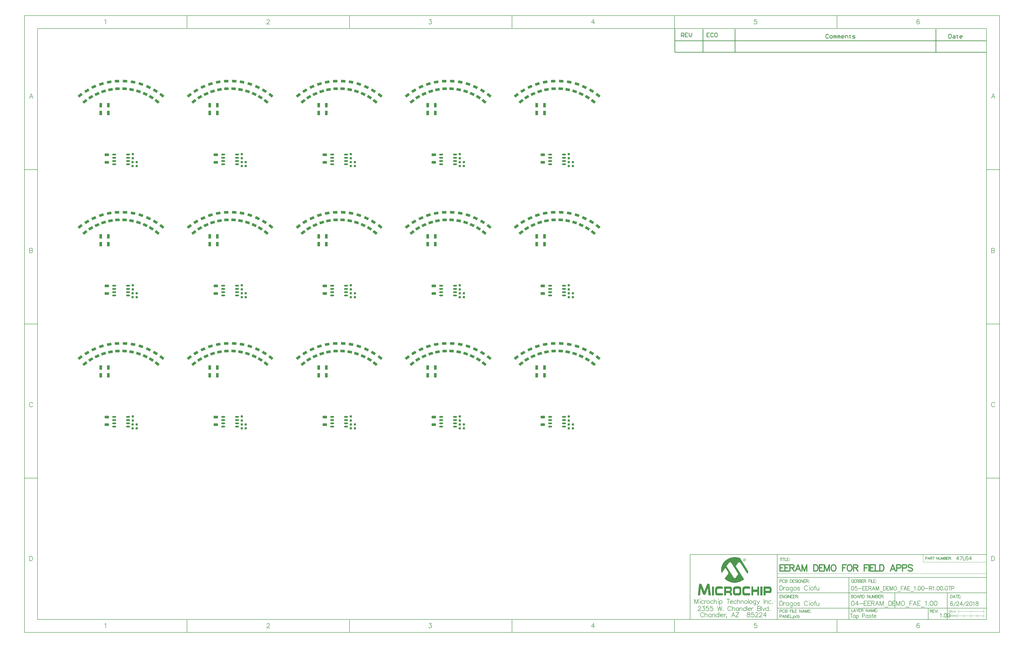
<source format=gtp>
G04*
G04 #@! TF.GenerationSoftware,Altium Limited,Altium Designer,18.1.7 (191)*
G04*
G04 Layer_Color=8421504*
%FSLAX43Y43*%
%MOMM*%
G71*
G01*
G75*
%ADD10C,0.150*%
%ADD11C,0.178*%
G04:AMPARAMS|DCode=12|XSize=1.75mm|YSize=1mm|CornerRadius=0mm|HoleSize=0mm|Usage=FLASHONLY|Rotation=141.000|XOffset=0mm|YOffset=0mm|HoleType=Round|Shape=Rectangle|*
%AMROTATEDRECTD12*
4,1,4,0.995,-0.162,0.365,-0.939,-0.995,0.162,-0.365,0.939,0.995,-0.162,0.0*
%
%ADD12ROTATEDRECTD12*%

G04:AMPARAMS|DCode=13|XSize=1.75mm|YSize=1mm|CornerRadius=0mm|HoleSize=0mm|Usage=FLASHONLY|Rotation=148.000|XOffset=0mm|YOffset=0mm|HoleType=Round|Shape=Rectangle|*
%AMROTATEDRECTD13*
4,1,4,1.007,-0.040,0.477,-0.888,-1.007,0.040,-0.477,0.888,1.007,-0.040,0.0*
%
%ADD13ROTATEDRECTD13*%

G04:AMPARAMS|DCode=14|XSize=1.75mm|YSize=1mm|CornerRadius=0mm|HoleSize=0mm|Usage=FLASHONLY|Rotation=155.000|XOffset=0mm|YOffset=0mm|HoleType=Round|Shape=Rectangle|*
%AMROTATEDRECTD14*
4,1,4,1.004,0.083,0.582,-0.823,-1.004,-0.083,-0.582,0.823,1.004,0.083,0.0*
%
%ADD14ROTATEDRECTD14*%

G04:AMPARAMS|DCode=15|XSize=1.75mm|YSize=1mm|CornerRadius=0mm|HoleSize=0mm|Usage=FLASHONLY|Rotation=162.000|XOffset=0mm|YOffset=0mm|HoleType=Round|Shape=Rectangle|*
%AMROTATEDRECTD15*
4,1,4,0.987,0.205,0.678,-0.746,-0.987,-0.205,-0.678,0.746,0.987,0.205,0.0*
%
%ADD15ROTATEDRECTD15*%

G04:AMPARAMS|DCode=16|XSize=1.75mm|YSize=1mm|CornerRadius=0mm|HoleSize=0mm|Usage=FLASHONLY|Rotation=169.000|XOffset=0mm|YOffset=0mm|HoleType=Round|Shape=Rectangle|*
%AMROTATEDRECTD16*
4,1,4,0.954,0.324,0.764,-0.658,-0.954,-0.324,-0.764,0.658,0.954,0.324,0.0*
%
%ADD16ROTATEDRECTD16*%

G04:AMPARAMS|DCode=17|XSize=1.75mm|YSize=1mm|CornerRadius=0mm|HoleSize=0mm|Usage=FLASHONLY|Rotation=176.000|XOffset=0mm|YOffset=0mm|HoleType=Round|Shape=Rectangle|*
%AMROTATEDRECTD17*
4,1,4,0.908,0.438,0.838,-0.560,-0.908,-0.438,-0.838,0.560,0.908,0.438,0.0*
%
%ADD17ROTATEDRECTD17*%

G04:AMPARAMS|DCode=18|XSize=1.75mm|YSize=1mm|CornerRadius=0mm|HoleSize=0mm|Usage=FLASHONLY|Rotation=183.000|XOffset=0mm|YOffset=0mm|HoleType=Round|Shape=Rectangle|*
%AMROTATEDRECTD18*
4,1,4,0.848,0.545,0.900,-0.454,-0.848,-0.545,-0.900,0.454,0.848,0.545,0.0*
%
%ADD18ROTATEDRECTD18*%

G04:AMPARAMS|DCode=19|XSize=1.75mm|YSize=1mm|CornerRadius=0mm|HoleSize=0mm|Usage=FLASHONLY|Rotation=190.000|XOffset=0mm|YOffset=0mm|HoleType=Round|Shape=Rectangle|*
%AMROTATEDRECTD19*
4,1,4,0.775,0.644,0.949,-0.340,-0.775,-0.644,-0.949,0.340,0.775,0.644,0.0*
%
%ADD19ROTATEDRECTD19*%

G04:AMPARAMS|DCode=20|XSize=1.75mm|YSize=1mm|CornerRadius=0mm|HoleSize=0mm|Usage=FLASHONLY|Rotation=197.000|XOffset=0mm|YOffset=0mm|HoleType=Round|Shape=Rectangle|*
%AMROTATEDRECTD20*
4,1,4,0.691,0.734,0.983,-0.222,-0.691,-0.734,-0.983,0.222,0.691,0.734,0.0*
%
%ADD20ROTATEDRECTD20*%

G04:AMPARAMS|DCode=21|XSize=1.75mm|YSize=1mm|CornerRadius=0mm|HoleSize=0mm|Usage=FLASHONLY|Rotation=204.000|XOffset=0mm|YOffset=0mm|HoleType=Round|Shape=Rectangle|*
%AMROTATEDRECTD21*
4,1,4,0.596,0.813,1.003,-0.101,-0.596,-0.813,-1.003,0.101,0.596,0.813,0.0*
%
%ADD21ROTATEDRECTD21*%

G04:AMPARAMS|DCode=22|XSize=1.75mm|YSize=1mm|CornerRadius=0mm|HoleSize=0mm|Usage=FLASHONLY|Rotation=211.000|XOffset=0mm|YOffset=0mm|HoleType=Round|Shape=Rectangle|*
%AMROTATEDRECTD22*
4,1,4,0.493,0.879,1.008,0.022,-0.493,-0.879,-1.008,-0.022,0.493,0.879,0.0*
%
%ADD22ROTATEDRECTD22*%

G04:AMPARAMS|DCode=23|XSize=1.75mm|YSize=1mm|CornerRadius=0mm|HoleSize=0mm|Usage=FLASHONLY|Rotation=218.000|XOffset=0mm|YOffset=0mm|HoleType=Round|Shape=Rectangle|*
%AMROTATEDRECTD23*
4,1,4,0.382,0.933,0.997,0.145,-0.382,-0.933,-0.997,-0.145,0.382,0.933,0.0*
%
%ADD23ROTATEDRECTD23*%

%ADD24O,1.550X0.600*%
G04:AMPARAMS|DCode=25|XSize=1.75mm|YSize=1mm|CornerRadius=0.25mm|HoleSize=0mm|Usage=FLASHONLY|Rotation=180.000|XOffset=0mm|YOffset=0mm|HoleType=Round|Shape=RoundedRectangle|*
%AMROUNDEDRECTD25*
21,1,1.750,0.500,0,0,180.0*
21,1,1.250,1.000,0,0,180.0*
1,1,0.500,-0.625,0.250*
1,1,0.500,0.625,0.250*
1,1,0.500,0.625,-0.250*
1,1,0.500,-0.625,-0.250*
%
%ADD25ROUNDEDRECTD25*%
G04:AMPARAMS|DCode=26|XSize=0.9mm|YSize=0.8mm|CornerRadius=0.2mm|HoleSize=0mm|Usage=FLASHONLY|Rotation=0.000|XOffset=0mm|YOffset=0mm|HoleType=Round|Shape=RoundedRectangle|*
%AMROUNDEDRECTD26*
21,1,0.900,0.400,0,0,0.0*
21,1,0.500,0.800,0,0,0.0*
1,1,0.400,0.250,-0.200*
1,1,0.400,-0.250,-0.200*
1,1,0.400,-0.250,0.200*
1,1,0.400,0.250,0.200*
%
%ADD26ROUNDEDRECTD26*%
G04:AMPARAMS|DCode=27|XSize=0.9mm|YSize=0.8mm|CornerRadius=0.2mm|HoleSize=0mm|Usage=FLASHONLY|Rotation=90.000|XOffset=0mm|YOffset=0mm|HoleType=Round|Shape=RoundedRectangle|*
%AMROUNDEDRECTD27*
21,1,0.900,0.400,0,0,90.0*
21,1,0.500,0.800,0,0,90.0*
1,1,0.400,0.200,0.250*
1,1,0.400,0.200,-0.250*
1,1,0.400,-0.200,-0.250*
1,1,0.400,-0.200,0.250*
%
%ADD27ROUNDEDRECTD27*%
%ADD28R,1.000X1.750*%
%ADD29C,0.381*%
%ADD31C,0.127*%
%ADD32C,0.254*%
%ADD33C,0.100*%
%ADD34C,0.200*%
%ADD35C,0.178*%
G36*
X259343Y-135552D02*
X259427Y-135580D01*
X259540Y-135622D01*
X259639Y-135679D01*
X259724Y-135777D01*
X259780Y-135919D01*
X259808Y-136088D01*
X259808Y-136116D01*
X259794Y-136172D01*
X259780Y-136271D01*
X259738Y-136370D01*
X259681Y-136483D01*
X259582Y-136568D01*
X259441Y-136638D01*
X259258Y-136666D01*
X259216Y-136666D01*
X259173Y-136652D01*
X259117Y-136638D01*
X258976Y-136596D01*
X258905Y-136553D01*
X258835Y-136497D01*
X258835Y-136483D01*
X258806Y-136469D01*
X258750Y-136384D01*
X258694Y-136257D01*
X258679Y-136172D01*
X258665Y-136088D01*
X258665Y-136074D01*
X258665Y-136045D01*
X258679Y-136003D01*
X258694Y-135961D01*
X258750Y-135834D01*
X258792Y-135763D01*
X258849Y-135707D01*
X258863Y-135693D01*
X258877Y-135679D01*
X258962Y-135622D01*
X259089Y-135566D01*
X259173Y-135538D01*
X259286Y-135538D01*
X259343Y-135552D01*
X259343Y-135552D02*
G37*
G36*
X255731Y-135058D02*
X255843Y-135072D01*
X255985Y-135072D01*
X256126Y-135100D01*
X256450Y-135142D01*
X256803Y-135227D01*
X257156Y-135326D01*
X257508Y-135467D01*
X260669Y-140504D01*
X260669Y-140518D01*
X260669Y-140546D01*
X260655Y-140603D01*
X260655Y-140659D01*
X260641Y-140744D01*
X260627Y-140843D01*
X260584Y-141054D01*
X260584Y-141069D01*
X260570Y-141111D01*
X260556Y-141167D01*
X260542Y-141238D01*
X260514Y-141337D01*
X260486Y-141435D01*
X260415Y-141675D01*
X257664Y-137372D01*
X257649Y-137358D01*
X257635Y-137315D01*
X257579Y-137259D01*
X257522Y-137202D01*
X257452Y-137146D01*
X257367Y-137090D01*
X257283Y-137047D01*
X257170Y-137033D01*
X257127Y-137033D01*
X257085Y-137047D01*
X257029Y-137076D01*
X256958Y-137118D01*
X256873Y-137174D01*
X256803Y-137245D01*
X256718Y-137358D01*
X255801Y-138613D01*
X259032Y-143707D01*
X259018Y-143721D01*
X258962Y-143764D01*
X258877Y-143834D01*
X258764Y-143919D01*
X258609Y-144032D01*
X258425Y-144144D01*
X258228Y-144271D01*
X257988Y-144398D01*
X257734Y-144525D01*
X257438Y-144652D01*
X257142Y-144765D01*
X256803Y-144878D01*
X256450Y-144963D01*
X256083Y-145033D01*
X255702Y-145076D01*
X255293Y-145090D01*
X255194Y-145090D01*
X255081Y-145076D01*
X254926Y-145062D01*
X254729Y-145033D01*
X254503Y-145005D01*
X254263Y-144949D01*
X253981Y-144878D01*
X253699Y-144794D01*
X253388Y-144681D01*
X253064Y-144554D01*
X252739Y-144398D01*
X252415Y-144201D01*
X252090Y-143989D01*
X251780Y-143735D01*
X251469Y-143439D01*
X252838Y-141548D01*
X252852Y-141534D01*
X252866Y-141478D01*
X252894Y-141393D01*
X252909Y-141323D01*
X252923Y-141238D01*
X252923Y-141210D01*
X252909Y-141139D01*
X252866Y-141012D01*
X252782Y-140857D01*
X251766Y-139263D01*
X250256Y-141365D01*
X250256Y-141351D01*
X250242Y-141337D01*
X250228Y-141252D01*
X250200Y-141125D01*
X250171Y-140956D01*
X250129Y-140744D01*
X250101Y-140518D01*
X250087Y-140250D01*
X250073Y-139982D01*
X250073Y-139954D01*
X250073Y-139897D01*
X250087Y-139785D01*
X250101Y-139658D01*
X250115Y-139488D01*
X250143Y-139291D01*
X250200Y-139065D01*
X250256Y-138825D01*
X250327Y-138571D01*
X250425Y-138289D01*
X250552Y-138007D01*
X250679Y-137725D01*
X250849Y-137442D01*
X251046Y-137146D01*
X251272Y-136864D01*
X251526Y-136596D01*
X251540Y-136582D01*
X251596Y-136525D01*
X251681Y-136455D01*
X251808Y-136356D01*
X251963Y-136229D01*
X252147Y-136102D01*
X252358Y-135961D01*
X252598Y-135820D01*
X252866Y-135679D01*
X253163Y-135538D01*
X253487Y-135396D01*
X253826Y-135284D01*
X254193Y-135185D01*
X254588Y-135114D01*
X254997Y-135058D01*
X255434Y-135044D01*
X255632Y-135044D01*
X255731Y-135058D01*
X255731Y-135058D02*
G37*
G36*
X260979Y-146515D02*
X261050Y-146529D01*
X261106Y-146543D01*
X261120Y-146543D01*
X261149Y-146557D01*
X261247Y-146600D01*
X261304Y-146656D01*
X261346Y-146712D01*
X261389Y-146783D01*
X261417Y-146882D01*
X261417Y-146896D01*
X261431Y-146910D01*
X261431Y-146952D01*
X261445Y-147023D01*
X261445Y-147093D01*
X261459Y-147192D01*
X261459Y-147305D01*
X261459Y-147432D01*
X259568Y-147390D01*
X259554Y-147390D01*
X259498Y-147404D01*
X259427Y-147418D01*
X259357Y-147474D01*
X259272Y-147545D01*
X259202Y-147672D01*
X259173Y-147757D01*
X259145Y-147855D01*
X259131Y-147954D01*
X259131Y-148081D01*
X259131Y-148462D01*
X259131Y-148476D01*
X259131Y-148490D01*
X259145Y-148575D01*
X259159Y-148674D01*
X259187Y-148801D01*
X259230Y-148928D01*
X259314Y-149041D01*
X259413Y-149125D01*
X259484Y-149139D01*
X259554Y-149153D01*
X261487Y-149153D01*
X261487Y-149182D01*
X261487Y-149238D01*
X261487Y-149337D01*
X261473Y-149450D01*
X261459Y-149563D01*
X261445Y-149675D01*
X261417Y-149774D01*
X261374Y-149845D01*
X261374Y-149859D01*
X261346Y-149873D01*
X261304Y-149901D01*
X261247Y-149929D01*
X261163Y-149972D01*
X261050Y-150000D01*
X260909Y-150014D01*
X260739Y-150028D01*
X259329Y-150028D01*
X259216Y-150014D01*
X259075Y-149986D01*
X258933Y-149944D01*
X258778Y-149873D01*
X258651Y-149788D01*
X258552Y-149661D01*
X258552Y-149647D01*
X258524Y-149605D01*
X258496Y-149534D01*
X258468Y-149450D01*
X258440Y-149323D01*
X258411Y-149182D01*
X258397Y-148998D01*
X258383Y-148801D01*
X258383Y-147757D01*
X258383Y-147742D01*
X258383Y-147714D01*
X258383Y-147672D01*
X258397Y-147615D01*
X258411Y-147474D01*
X258440Y-147291D01*
X258482Y-147107D01*
X258567Y-146924D01*
X258665Y-146769D01*
X258736Y-146698D01*
X258806Y-146642D01*
X258821Y-146642D01*
X258849Y-146614D01*
X258891Y-146600D01*
X258962Y-146571D01*
X259046Y-146543D01*
X259159Y-146529D01*
X259286Y-146501D01*
X260810Y-146501D01*
X260979Y-146515D01*
X260979Y-146515D02*
G37*
G36*
X264902Y-150000D02*
X264182Y-150000D01*
X264182Y-148688D01*
X262616Y-148688D01*
X262616Y-150000D01*
X261939Y-150000D01*
X261939Y-146543D01*
X262616Y-146543D01*
X262616Y-147757D01*
X264182Y-147757D01*
X264182Y-146543D01*
X264902Y-146543D01*
X264902Y-150000D01*
X264902Y-150000D02*
G37*
G36*
X245205Y-145414D02*
X245275Y-145428D01*
X245360Y-145471D01*
X245430Y-145527D01*
X245501Y-145626D01*
X245572Y-145753D01*
X245600Y-145936D01*
X246065Y-150000D01*
X245191Y-150000D01*
X244951Y-147079D01*
X244937Y-147079D01*
X244048Y-149421D01*
X244048Y-149436D01*
X244019Y-149478D01*
X243977Y-149548D01*
X243921Y-149619D01*
X243850Y-149690D01*
X243766Y-149760D01*
X243667Y-149802D01*
X243540Y-149817D01*
X243483Y-149817D01*
X243413Y-149788D01*
X243328Y-149760D01*
X243229Y-149718D01*
X243145Y-149647D01*
X243074Y-149548D01*
X243004Y-149421D01*
X242115Y-147122D01*
X242101Y-147122D01*
X241847Y-150000D01*
X241000Y-150000D01*
X241437Y-145894D01*
X241437Y-145866D01*
X241452Y-145809D01*
X241480Y-145739D01*
X241522Y-145640D01*
X241579Y-145555D01*
X241663Y-145471D01*
X241776Y-145414D01*
X241903Y-145400D01*
X241974Y-145400D01*
X242058Y-145428D01*
X242157Y-145457D01*
X242256Y-145513D01*
X242369Y-145598D01*
X242453Y-145711D01*
X242538Y-145866D01*
X243526Y-148377D01*
X243540Y-148377D01*
X244527Y-145866D01*
X244542Y-145852D01*
X244556Y-145795D01*
X244612Y-145725D01*
X244669Y-145626D01*
X244753Y-145541D01*
X244866Y-145471D01*
X244993Y-145414D01*
X245148Y-145400D01*
X245162Y-145400D01*
X245205Y-145414D01*
X245205Y-145414D02*
G37*
G36*
X269036Y-146557D02*
X269149Y-146571D01*
X269276Y-146614D01*
X269417Y-146684D01*
X269544Y-146783D01*
X269657Y-146924D01*
X269741Y-147122D01*
X269741Y-147136D01*
X269756Y-147164D01*
X269756Y-147220D01*
X269770Y-147291D01*
X269784Y-147376D01*
X269784Y-147474D01*
X269798Y-147601D01*
X269798Y-147728D01*
X269798Y-147996D01*
X269798Y-148025D01*
X269798Y-148095D01*
X269784Y-148208D01*
X269770Y-148335D01*
X269741Y-148490D01*
X269713Y-148645D01*
X269657Y-148772D01*
X269586Y-148899D01*
X269586Y-148914D01*
X269558Y-148928D01*
X269516Y-148970D01*
X269473Y-149012D01*
X269403Y-149055D01*
X269318Y-149083D01*
X269234Y-149111D01*
X269121Y-149125D01*
X267399Y-149125D01*
X267399Y-150000D01*
X266694Y-150000D01*
X266694Y-146543D01*
X268965Y-146543D01*
X269036Y-146557D01*
X269036Y-146557D02*
G37*
G36*
X266228Y-150000D02*
X265410Y-150000D01*
X265410Y-146543D01*
X266228Y-146543D01*
X266228Y-150000D01*
X266228Y-150000D02*
G37*
G36*
X253727Y-146557D02*
X253840Y-146600D01*
X253967Y-146670D01*
X254023Y-146727D01*
X254094Y-146797D01*
X254150Y-146882D01*
X254193Y-146981D01*
X254249Y-147093D01*
X254277Y-147234D01*
X254291Y-147390D01*
X254305Y-147573D01*
X254305Y-147785D01*
X254305Y-147799D01*
X254305Y-147813D01*
X254305Y-147898D01*
X254291Y-148025D01*
X254263Y-148166D01*
X254207Y-148307D01*
X254136Y-148448D01*
X254037Y-148561D01*
X253910Y-148645D01*
X253910Y-148660D01*
X253924Y-148660D01*
X253967Y-148688D01*
X254037Y-148730D01*
X254108Y-148801D01*
X254178Y-148899D01*
X254249Y-149026D01*
X254291Y-149196D01*
X254305Y-149421D01*
X254305Y-150000D01*
X253572Y-150000D01*
X253572Y-149591D01*
X253572Y-149577D01*
X253572Y-149548D01*
X253572Y-149492D01*
X253572Y-149436D01*
X253558Y-149323D01*
X253558Y-149266D01*
X253544Y-149224D01*
X253529Y-149210D01*
X253487Y-149153D01*
X253417Y-149111D01*
X253290Y-149097D01*
X252006Y-149097D01*
X252006Y-150000D01*
X251272Y-150000D01*
X251272Y-146543D01*
X253642Y-146543D01*
X253727Y-146557D01*
X253727Y-146557D02*
G37*
G36*
X247307Y-150000D02*
X246503Y-150000D01*
X246503Y-146543D01*
X247307Y-146543D01*
X247307Y-150000D01*
X247307Y-150000D02*
G37*
G36*
X257156Y-146515D02*
X257283Y-146543D01*
X257410Y-146571D01*
X257551Y-146628D01*
X257664Y-146712D01*
X257762Y-146811D01*
X257776Y-146825D01*
X257805Y-146868D01*
X257833Y-146938D01*
X257875Y-147037D01*
X257918Y-147178D01*
X257960Y-147333D01*
X257974Y-147517D01*
X257988Y-147742D01*
X257988Y-148787D01*
X257988Y-148801D01*
X257988Y-148829D01*
X257988Y-148871D01*
X257974Y-148942D01*
X257960Y-149097D01*
X257932Y-149294D01*
X257861Y-149492D01*
X257776Y-149690D01*
X257649Y-149845D01*
X257565Y-149915D01*
X257480Y-149958D01*
X257466Y-149958D01*
X257438Y-149972D01*
X257395Y-149986D01*
X257339Y-149986D01*
X257268Y-150000D01*
X257184Y-150014D01*
X256958Y-150028D01*
X255688Y-150028D01*
X255575Y-150014D01*
X255448Y-149986D01*
X255307Y-149944D01*
X255166Y-149887D01*
X255039Y-149802D01*
X254926Y-149690D01*
X254912Y-149675D01*
X254898Y-149633D01*
X254870Y-149563D01*
X254842Y-149464D01*
X254799Y-149351D01*
X254771Y-149196D01*
X254757Y-148998D01*
X254743Y-148787D01*
X254743Y-147742D01*
X254743Y-147728D01*
X254743Y-147700D01*
X254743Y-147644D01*
X254757Y-147573D01*
X254771Y-147404D01*
X254813Y-147206D01*
X254884Y-146995D01*
X254997Y-146811D01*
X255067Y-146727D01*
X255138Y-146656D01*
X255237Y-146600D01*
X255335Y-146557D01*
X255350Y-146557D01*
X255364Y-146543D01*
X255406Y-146543D01*
X255462Y-146529D01*
X255604Y-146515D01*
X255787Y-146501D01*
X257057Y-146501D01*
X257156Y-146515D01*
X257156Y-146515D02*
G37*
G36*
X250087Y-146515D02*
X250256Y-146515D01*
X250411Y-146529D01*
X250538Y-146557D01*
X250581Y-146571D01*
X250609Y-146585D01*
X250623Y-146585D01*
X250637Y-146614D01*
X250665Y-146656D01*
X250707Y-146727D01*
X250750Y-146825D01*
X250778Y-146966D01*
X250792Y-147150D01*
X250806Y-147390D01*
X248901Y-147390D01*
X248817Y-147404D01*
X248718Y-147446D01*
X248619Y-147531D01*
X248605Y-147559D01*
X248591Y-147587D01*
X248563Y-147644D01*
X248549Y-147714D01*
X248520Y-147813D01*
X248506Y-147940D01*
X248506Y-148081D01*
X248506Y-148462D01*
X248506Y-148476D01*
X248506Y-148533D01*
X248506Y-148603D01*
X248520Y-148674D01*
X248535Y-148857D01*
X248549Y-148928D01*
X248563Y-148984D01*
X248577Y-149012D01*
X248633Y-149069D01*
X248690Y-149097D01*
X248746Y-149125D01*
X248831Y-149139D01*
X248916Y-149153D01*
X250849Y-149153D01*
X250849Y-149182D01*
X250849Y-149238D01*
X250849Y-149323D01*
X250834Y-149421D01*
X250806Y-149647D01*
X250778Y-149746D01*
X250750Y-149817D01*
X250750Y-149831D01*
X250722Y-149845D01*
X250679Y-149887D01*
X250623Y-149915D01*
X250524Y-149958D01*
X250411Y-150000D01*
X250270Y-150014D01*
X250101Y-150028D01*
X248704Y-150028D01*
X248605Y-150014D01*
X248478Y-149986D01*
X248337Y-149958D01*
X248196Y-149915D01*
X248069Y-149845D01*
X247970Y-149746D01*
X247956Y-149732D01*
X247942Y-149690D01*
X247900Y-149619D01*
X247857Y-149520D01*
X247815Y-149393D01*
X247787Y-149224D01*
X247759Y-149026D01*
X247744Y-148787D01*
X247744Y-147742D01*
X247744Y-147728D01*
X247744Y-147700D01*
X247744Y-147644D01*
X247759Y-147573D01*
X247787Y-147390D01*
X247829Y-147178D01*
X247914Y-146966D01*
X248041Y-146769D01*
X248125Y-146684D01*
X248224Y-146614D01*
X248323Y-146557D01*
X248450Y-146529D01*
X248478Y-146529D01*
X248549Y-146515D01*
X248662Y-146501D01*
X249917Y-146501D01*
X250087Y-146515D01*
X250087Y-146515D02*
G37*
%LPC*%
G36*
X259258Y-135636D02*
X259187Y-135636D01*
X259103Y-135665D01*
X259018Y-135693D01*
X258919Y-135749D01*
X258849Y-135820D01*
X258792Y-135933D01*
X258764Y-136088D01*
X258764Y-136102D01*
X258764Y-136116D01*
X258778Y-136201D01*
X258821Y-136314D01*
X258905Y-136441D01*
X258933Y-136469D01*
X259004Y-136511D01*
X259117Y-136553D01*
X259258Y-136582D01*
X259272Y-136582D01*
X259329Y-136568D01*
X259399Y-136553D01*
X259498Y-136525D01*
X259582Y-136455D01*
X259653Y-136370D01*
X259709Y-136257D01*
X259724Y-136088D01*
X259724Y-136074D01*
X259724Y-136017D01*
X259695Y-135947D01*
X259667Y-135862D01*
X259611Y-135777D01*
X259526Y-135707D01*
X259413Y-135650D01*
X259258Y-135636D01*
X259258Y-135636D02*
G37*
%LPD*%
G36*
X259385Y-135792D02*
X259456Y-135848D01*
X259484Y-135890D01*
X259498Y-135961D01*
X259498Y-135975D01*
X259498Y-135989D01*
X259484Y-136060D01*
X259427Y-136116D01*
X259385Y-136144D01*
X259329Y-136158D01*
X259512Y-136441D01*
X259399Y-136441D01*
X259230Y-136158D01*
X259117Y-136158D01*
X259117Y-136441D01*
X259018Y-136441D01*
X259018Y-135763D01*
X259300Y-135763D01*
X259385Y-135792D01*
X259385Y-135792D02*
G37*
%LPC*%
G36*
X259286Y-135862D02*
X259117Y-135862D01*
X259117Y-136074D01*
X259300Y-136074D01*
X259343Y-136060D01*
X259371Y-136031D01*
X259385Y-135961D01*
X259385Y-135947D01*
X259371Y-135904D01*
X259343Y-135876D01*
X259286Y-135862D01*
X259286Y-135862D02*
G37*
G36*
X253600Y-137019D02*
X253558Y-137019D01*
X253501Y-137033D01*
X253445Y-137061D01*
X253374Y-137104D01*
X253290Y-137160D01*
X253205Y-137231D01*
X253120Y-137344D01*
X252231Y-138599D01*
X254926Y-142875D01*
X254940Y-142889D01*
X254969Y-142931D01*
X255011Y-143002D01*
X255067Y-143058D01*
X255138Y-143129D01*
X255223Y-143199D01*
X255293Y-143241D01*
X255378Y-143256D01*
X255420Y-143256D01*
X255477Y-143241D01*
X255533Y-143213D01*
X255604Y-143185D01*
X255688Y-143143D01*
X255773Y-143072D01*
X255843Y-142973D01*
X256789Y-141619D01*
X254080Y-137358D01*
X254066Y-137344D01*
X254037Y-137301D01*
X253995Y-137245D01*
X253939Y-137188D01*
X253868Y-137132D01*
X253783Y-137076D01*
X253699Y-137033D01*
X253600Y-137019D01*
X253600Y-137019D02*
G37*
G36*
X268768Y-147376D02*
X267399Y-147376D01*
X267399Y-148250D01*
X268853Y-148250D01*
X268881Y-148236D01*
X268923Y-148208D01*
X268965Y-148166D01*
X269008Y-148095D01*
X269022Y-148011D01*
X269036Y-147898D01*
X269036Y-147757D01*
X269036Y-147742D01*
X269036Y-147700D01*
X269022Y-147630D01*
X269008Y-147559D01*
X268965Y-147503D01*
X268923Y-147432D01*
X268853Y-147390D01*
X268768Y-147376D01*
X268768Y-147376D02*
G37*
G36*
X253261Y-147376D02*
X252006Y-147376D01*
X252006Y-148236D01*
X253374Y-148236D01*
X253417Y-148222D01*
X253473Y-148194D01*
X253529Y-148152D01*
X253572Y-148081D01*
X253600Y-147996D01*
X253614Y-147869D01*
X253614Y-147757D01*
X253614Y-147742D01*
X253614Y-147700D01*
X253600Y-147630D01*
X253572Y-147559D01*
X253529Y-147503D01*
X253459Y-147432D01*
X253374Y-147390D01*
X253261Y-147376D01*
X253261Y-147376D02*
G37*
G36*
X256859Y-147376D02*
X255900Y-147376D01*
X255815Y-147390D01*
X255702Y-147446D01*
X255646Y-147474D01*
X255604Y-147531D01*
X255589Y-147559D01*
X255575Y-147601D01*
X255547Y-147658D01*
X255533Y-147728D01*
X255505Y-147827D01*
X255491Y-147940D01*
X255491Y-148081D01*
X255491Y-148462D01*
X255491Y-148476D01*
X255491Y-148533D01*
X255491Y-148589D01*
X255505Y-148674D01*
X255519Y-148857D01*
X255533Y-148942D01*
X255561Y-149012D01*
X255575Y-149041D01*
X255632Y-149083D01*
X255731Y-149125D01*
X255801Y-149153D01*
X256831Y-149153D01*
X256888Y-149139D01*
X256958Y-149111D01*
X257043Y-149069D01*
X257127Y-148984D01*
X257198Y-148857D01*
X257226Y-148787D01*
X257254Y-148688D01*
X257268Y-148589D01*
X257268Y-148462D01*
X257268Y-148081D01*
X257268Y-148067D01*
X257268Y-148011D01*
X257268Y-147954D01*
X257254Y-147869D01*
X257212Y-147686D01*
X257170Y-147601D01*
X257127Y-147531D01*
X257127Y-147517D01*
X257099Y-147503D01*
X257029Y-147446D01*
X256930Y-147404D01*
X256859Y-147376D01*
X256859Y-147376D02*
G37*
%LPD*%
D10*
X301000Y-157250D02*
X301000Y-158750D01*
X300500Y-157250D02*
X301500Y-157250D01*
X302035Y-157750D02*
X301893Y-157822D01*
X301750Y-157964D01*
X301678Y-158179D01*
X301678Y-158322D01*
X301750Y-158536D01*
X301893Y-158679D01*
X302035Y-158750D01*
X302250Y-158750D01*
X302392Y-158679D01*
X302535Y-158536D01*
X302607Y-158322D01*
X302607Y-158179D01*
X302535Y-157964D01*
X302392Y-157822D01*
X302250Y-157750D01*
X302035Y-157750D01*
X302935Y-157750D02*
X302935Y-159250D01*
X302935Y-157964D02*
X303078Y-157822D01*
X303221Y-157750D01*
X303435Y-157750D01*
X303578Y-157822D01*
X303721Y-157964D01*
X303792Y-158179D01*
X303792Y-158322D01*
X303721Y-158536D01*
X303578Y-158679D01*
X303435Y-158750D01*
X303221Y-158750D01*
X303078Y-158679D01*
X302935Y-158536D01*
X305292Y-158036D02*
X305935Y-158036D01*
X306149Y-157964D01*
X306220Y-157893D01*
X306292Y-157750D01*
X306292Y-157536D01*
X306220Y-157393D01*
X306149Y-157322D01*
X305935Y-157250D01*
X305292Y-157250D01*
X305292Y-158750D01*
X307484Y-157750D02*
X307484Y-158750D01*
X307484Y-157964D02*
X307341Y-157822D01*
X307199Y-157750D01*
X306984Y-157750D01*
X306842Y-157822D01*
X306699Y-157964D01*
X306627Y-158179D01*
X306627Y-158322D01*
X306699Y-158536D01*
X306842Y-158679D01*
X306984Y-158750D01*
X307199Y-158750D01*
X307341Y-158679D01*
X307484Y-158536D01*
X308670Y-157964D02*
X308598Y-157822D01*
X308384Y-157750D01*
X308170Y-157750D01*
X307956Y-157822D01*
X307884Y-157964D01*
X307956Y-158107D01*
X308098Y-158179D01*
X308455Y-158250D01*
X308598Y-158322D01*
X308670Y-158464D01*
X308670Y-158536D01*
X308598Y-158679D01*
X308384Y-158750D01*
X308170Y-158750D01*
X307956Y-158679D01*
X307884Y-158536D01*
X309198Y-157250D02*
X309198Y-158464D01*
X309270Y-158679D01*
X309412Y-158750D01*
X309555Y-158750D01*
X308984Y-157750D02*
X309484Y-157750D01*
X309769Y-158179D02*
X310626Y-158179D01*
X310626Y-158036D01*
X310555Y-157893D01*
X310484Y-157822D01*
X310341Y-157750D01*
X310127Y-157750D01*
X309984Y-157822D01*
X309841Y-157964D01*
X309769Y-158179D01*
X309769Y-158322D01*
X309841Y-158536D01*
X309984Y-158679D01*
X310127Y-158750D01*
X310341Y-158750D01*
X310484Y-158679D01*
X310626Y-158536D01*
X330000Y-135524D02*
X330428Y-135524D01*
X330571Y-135476D01*
X330619Y-135429D01*
X330667Y-135333D01*
X330667Y-135191D01*
X330619Y-135095D01*
X330571Y-135048D01*
X330428Y-135000D01*
X330000Y-135000D01*
X330000Y-136000D01*
X331652Y-136000D02*
X331271Y-135000D01*
X330890Y-136000D01*
X331033Y-135667D02*
X331509Y-135667D01*
X331885Y-135000D02*
X331885Y-136000D01*
X331885Y-135000D02*
X332314Y-135000D01*
X332457Y-135048D01*
X332504Y-135095D01*
X332552Y-135191D01*
X332552Y-135286D01*
X332504Y-135381D01*
X332457Y-135429D01*
X332314Y-135476D01*
X331885Y-135476D01*
X332219Y-135476D02*
X332552Y-136000D01*
X333109Y-135000D02*
X333109Y-136000D01*
X332776Y-135000D02*
X333442Y-135000D01*
X334347Y-135000D02*
X334347Y-136000D01*
X334347Y-135000D02*
X335013Y-136000D01*
X335013Y-135000D02*
X335013Y-136000D01*
X335289Y-135000D02*
X335289Y-135714D01*
X335337Y-135857D01*
X335432Y-135952D01*
X335575Y-136000D01*
X335670Y-136000D01*
X335813Y-135952D01*
X335908Y-135857D01*
X335956Y-135714D01*
X335956Y-135000D01*
X336232Y-135000D02*
X336232Y-136000D01*
X336232Y-135000D02*
X336613Y-136000D01*
X336994Y-135000D02*
X336613Y-136000D01*
X336994Y-135000D02*
X336994Y-136000D01*
X337279Y-135000D02*
X337279Y-136000D01*
X337279Y-135000D02*
X337708Y-135000D01*
X337851Y-135048D01*
X337898Y-135095D01*
X337946Y-135191D01*
X337946Y-135286D01*
X337898Y-135381D01*
X337851Y-135429D01*
X337708Y-135476D01*
X337279Y-135476D02*
X337708Y-135476D01*
X337851Y-135524D01*
X337898Y-135571D01*
X337946Y-135667D01*
X337946Y-135810D01*
X337898Y-135905D01*
X337851Y-135952D01*
X337708Y-136000D01*
X337279Y-136000D01*
X338789Y-135000D02*
X338170Y-135000D01*
X338170Y-136000D01*
X338789Y-136000D01*
X338170Y-135476D02*
X338551Y-135476D01*
X338955Y-135000D02*
X338955Y-136000D01*
X338955Y-135000D02*
X339384Y-135000D01*
X339527Y-135048D01*
X339574Y-135095D01*
X339622Y-135191D01*
X339622Y-135286D01*
X339574Y-135381D01*
X339527Y-135429D01*
X339384Y-135476D01*
X338955Y-135476D01*
X339289Y-135476D02*
X339622Y-136000D01*
X339893Y-135333D02*
X339846Y-135381D01*
X339893Y-135429D01*
X339941Y-135381D01*
X339893Y-135333D01*
X339893Y-135905D02*
X339846Y-135952D01*
X339893Y-136000D01*
X339941Y-135952D01*
X339893Y-135905D01*
X340557Y-152715D02*
X340486Y-152572D01*
X340271Y-152500D01*
X340128Y-152500D01*
X339914Y-152572D01*
X339771Y-152786D01*
X339700Y-153143D01*
X339700Y-153500D01*
X339771Y-153786D01*
X339914Y-153929D01*
X340128Y-154000D01*
X340200Y-154000D01*
X340414Y-153929D01*
X340557Y-153786D01*
X340628Y-153572D01*
X340628Y-153500D01*
X340557Y-153286D01*
X340414Y-153143D01*
X340200Y-153072D01*
X340128Y-153072D01*
X339914Y-153143D01*
X339771Y-153286D01*
X339700Y-153500D01*
X340957Y-154214D02*
X341957Y-152500D01*
X342128Y-152857D02*
X342128Y-152786D01*
X342199Y-152643D01*
X342271Y-152572D01*
X342414Y-152500D01*
X342699Y-152500D01*
X342842Y-152572D01*
X342914Y-152643D01*
X342985Y-152786D01*
X342985Y-152929D01*
X342914Y-153072D01*
X342771Y-153286D01*
X342057Y-154000D01*
X343056Y-154000D01*
X344106Y-152500D02*
X343392Y-153500D01*
X344463Y-153500D01*
X344106Y-152500D02*
X344106Y-154000D01*
X344728Y-154214D02*
X345727Y-152500D01*
X345899Y-152857D02*
X345899Y-152786D01*
X345970Y-152643D01*
X346042Y-152572D01*
X346184Y-152500D01*
X346470Y-152500D01*
X346613Y-152572D01*
X346684Y-152643D01*
X346756Y-152786D01*
X346756Y-152929D01*
X346684Y-153072D01*
X346541Y-153286D01*
X345827Y-154000D01*
X346827Y-154000D01*
X347591Y-152500D02*
X347377Y-152572D01*
X347234Y-152786D01*
X347163Y-153143D01*
X347163Y-153357D01*
X347234Y-153714D01*
X347377Y-153929D01*
X347591Y-154000D01*
X347734Y-154000D01*
X347948Y-153929D01*
X348091Y-153714D01*
X348162Y-153357D01*
X348162Y-153143D01*
X348091Y-152786D01*
X347948Y-152572D01*
X347734Y-152500D01*
X347591Y-152500D01*
X348498Y-152786D02*
X348641Y-152715D01*
X348855Y-152500D01*
X348855Y-154000D01*
X349955Y-152500D02*
X349741Y-152572D01*
X349669Y-152715D01*
X349669Y-152857D01*
X349741Y-153000D01*
X349884Y-153072D01*
X350169Y-153143D01*
X350383Y-153214D01*
X350526Y-153357D01*
X350598Y-153500D01*
X350598Y-153714D01*
X350526Y-153857D01*
X350455Y-153929D01*
X350241Y-154000D01*
X349955Y-154000D01*
X349741Y-153929D01*
X349669Y-153857D01*
X349598Y-153714D01*
X349598Y-153500D01*
X349669Y-153357D01*
X349812Y-153214D01*
X350026Y-153143D01*
X350312Y-153072D01*
X350455Y-153000D01*
X350526Y-152857D01*
X350526Y-152715D01*
X350455Y-152572D01*
X350241Y-152500D01*
X349955Y-152500D01*
D11*
X335678Y-157358D02*
X335821Y-157287D01*
X336035Y-157073D01*
X336035Y-158572D01*
X336849Y-158429D02*
X336778Y-158501D01*
X336849Y-158572D01*
X336920Y-158501D01*
X336849Y-158429D01*
X337677Y-157073D02*
X337463Y-157144D01*
X337320Y-157358D01*
X337249Y-157715D01*
X337249Y-157930D01*
X337320Y-158287D01*
X337463Y-158501D01*
X337677Y-158572D01*
X337820Y-158572D01*
X338034Y-158501D01*
X338177Y-158287D01*
X338249Y-157930D01*
X338249Y-157715D01*
X338177Y-157358D01*
X338034Y-157144D01*
X337820Y-157073D01*
X337677Y-157073D01*
X339013Y-157073D02*
X338799Y-157144D01*
X338656Y-157358D01*
X338584Y-157715D01*
X338584Y-157930D01*
X338656Y-158287D01*
X338799Y-158501D01*
X339013Y-158572D01*
X339156Y-158572D01*
X339370Y-158501D01*
X339513Y-158287D01*
X339584Y-157930D01*
X339584Y-157715D01*
X339513Y-157358D01*
X339370Y-157144D01*
X339156Y-157073D01*
X339013Y-157073D01*
X301428Y-146500D02*
X301214Y-146572D01*
X301071Y-146786D01*
X301000Y-147143D01*
X301000Y-147357D01*
X301071Y-147714D01*
X301214Y-147929D01*
X301428Y-148000D01*
X301571Y-148000D01*
X301786Y-147929D01*
X301928Y-147714D01*
X302000Y-147357D01*
X302000Y-147143D01*
X301928Y-146786D01*
X301786Y-146572D01*
X301571Y-146500D01*
X301428Y-146500D01*
X303192Y-146500D02*
X302478Y-146500D01*
X302407Y-147143D01*
X302478Y-147072D01*
X302693Y-147000D01*
X302907Y-147000D01*
X303121Y-147072D01*
X303264Y-147214D01*
X303335Y-147429D01*
X303335Y-147572D01*
X303264Y-147786D01*
X303121Y-147929D01*
X302907Y-148000D01*
X302693Y-148000D01*
X302478Y-147929D01*
X302407Y-147857D01*
X302335Y-147714D01*
X303671Y-147357D02*
X304956Y-147357D01*
X306327Y-146500D02*
X305399Y-146500D01*
X305399Y-148000D01*
X306327Y-148000D01*
X305399Y-147214D02*
X305970Y-147214D01*
X307506Y-146500D02*
X306577Y-146500D01*
X306577Y-148000D01*
X307506Y-148000D01*
X306577Y-147214D02*
X307149Y-147214D01*
X307756Y-146500D02*
X307756Y-148000D01*
X307756Y-146500D02*
X308398Y-146500D01*
X308613Y-146572D01*
X308684Y-146643D01*
X308755Y-146786D01*
X308755Y-146929D01*
X308684Y-147072D01*
X308613Y-147143D01*
X308398Y-147214D01*
X307756Y-147214D01*
X308256Y-147214D02*
X308755Y-148000D01*
X310234Y-148000D02*
X309662Y-146500D01*
X309091Y-148000D01*
X309305Y-147500D02*
X310020Y-147500D01*
X310584Y-146500D02*
X310584Y-148000D01*
X310584Y-146500D02*
X311155Y-148000D01*
X311726Y-146500D02*
X311155Y-148000D01*
X311726Y-146500D02*
X311726Y-148000D01*
X312155Y-148500D02*
X313297Y-148500D01*
X313490Y-146500D02*
X313490Y-148000D01*
X313490Y-146500D02*
X313990Y-146500D01*
X314204Y-146572D01*
X314347Y-146715D01*
X314419Y-146857D01*
X314490Y-147072D01*
X314490Y-147429D01*
X314419Y-147643D01*
X314347Y-147786D01*
X314204Y-147929D01*
X313990Y-148000D01*
X313490Y-148000D01*
X315754Y-146500D02*
X314826Y-146500D01*
X314826Y-148000D01*
X315754Y-148000D01*
X314826Y-147214D02*
X315397Y-147214D01*
X316004Y-146500D02*
X316004Y-148000D01*
X316004Y-146500D02*
X316575Y-148000D01*
X317147Y-146500D02*
X316575Y-148000D01*
X317147Y-146500D02*
X317147Y-148000D01*
X318004Y-146500D02*
X317861Y-146572D01*
X317718Y-146715D01*
X317646Y-146857D01*
X317575Y-147072D01*
X317575Y-147429D01*
X317646Y-147643D01*
X317718Y-147786D01*
X317861Y-147929D01*
X318004Y-148000D01*
X318289Y-148000D01*
X318432Y-147929D01*
X318575Y-147786D01*
X318646Y-147643D01*
X318718Y-147429D01*
X318718Y-147072D01*
X318646Y-146857D01*
X318575Y-146715D01*
X318432Y-146572D01*
X318289Y-146500D01*
X318004Y-146500D01*
X319068Y-148500D02*
X320210Y-148500D01*
X320403Y-146500D02*
X320403Y-148000D01*
X320403Y-146500D02*
X321331Y-146500D01*
X320403Y-147214D02*
X320974Y-147214D01*
X322645Y-148000D02*
X322074Y-146500D01*
X321503Y-148000D01*
X321717Y-147500D02*
X322431Y-147500D01*
X323924Y-146500D02*
X322995Y-146500D01*
X322995Y-148000D01*
X323924Y-148000D01*
X322995Y-147214D02*
X323567Y-147214D01*
X324174Y-148500D02*
X325316Y-148500D01*
X325509Y-146786D02*
X325652Y-146715D01*
X325866Y-146500D01*
X325866Y-148000D01*
X326680Y-147857D02*
X326609Y-147929D01*
X326680Y-148000D01*
X326752Y-147929D01*
X326680Y-147857D01*
X327509Y-146500D02*
X327294Y-146572D01*
X327152Y-146786D01*
X327080Y-147143D01*
X327080Y-147357D01*
X327152Y-147714D01*
X327294Y-147929D01*
X327509Y-148000D01*
X327651Y-148000D01*
X327866Y-147929D01*
X328009Y-147714D01*
X328080Y-147357D01*
X328080Y-147143D01*
X328009Y-146786D01*
X327866Y-146572D01*
X327651Y-146500D01*
X327509Y-146500D01*
X328844Y-146500D02*
X328630Y-146572D01*
X328487Y-146786D01*
X328416Y-147143D01*
X328416Y-147357D01*
X328487Y-147714D01*
X328630Y-147929D01*
X328844Y-148000D01*
X328987Y-148000D01*
X329201Y-147929D01*
X329344Y-147714D01*
X329415Y-147357D01*
X329415Y-147143D01*
X329344Y-146786D01*
X329201Y-146572D01*
X328987Y-146500D01*
X328844Y-146500D01*
X329751Y-147357D02*
X331036Y-147357D01*
X331479Y-146500D02*
X331479Y-148000D01*
X331479Y-146500D02*
X332122Y-146500D01*
X332336Y-146572D01*
X332408Y-146643D01*
X332479Y-146786D01*
X332479Y-146929D01*
X332408Y-147072D01*
X332336Y-147143D01*
X332122Y-147214D01*
X331479Y-147214D01*
X331979Y-147214D02*
X332479Y-148000D01*
X332815Y-146786D02*
X332957Y-146715D01*
X333172Y-146500D01*
X333172Y-148000D01*
X333986Y-147857D02*
X333914Y-147929D01*
X333986Y-148000D01*
X334057Y-147929D01*
X333986Y-147857D01*
X334814Y-146500D02*
X334600Y-146572D01*
X334457Y-146786D01*
X334386Y-147143D01*
X334386Y-147357D01*
X334457Y-147714D01*
X334600Y-147929D01*
X334814Y-148000D01*
X334957Y-148000D01*
X335171Y-147929D01*
X335314Y-147714D01*
X335385Y-147357D01*
X335385Y-147143D01*
X335314Y-146786D01*
X335171Y-146572D01*
X334957Y-146500D01*
X334814Y-146500D01*
X336150Y-146500D02*
X335935Y-146572D01*
X335793Y-146786D01*
X335721Y-147143D01*
X335721Y-147357D01*
X335793Y-147714D01*
X335935Y-147929D01*
X336150Y-148000D01*
X336292Y-148000D01*
X336507Y-147929D01*
X336650Y-147714D01*
X336721Y-147357D01*
X336721Y-147143D01*
X336650Y-146786D01*
X336507Y-146572D01*
X336292Y-146500D01*
X336150Y-146500D01*
X337128Y-147857D02*
X337057Y-147929D01*
X337128Y-148000D01*
X337199Y-147929D01*
X337128Y-147857D01*
X338599Y-146857D02*
X338528Y-146715D01*
X338385Y-146572D01*
X338242Y-146500D01*
X337956Y-146500D01*
X337814Y-146572D01*
X337671Y-146715D01*
X337599Y-146857D01*
X337528Y-147072D01*
X337528Y-147429D01*
X337599Y-147643D01*
X337671Y-147786D01*
X337814Y-147929D01*
X337956Y-148000D01*
X338242Y-148000D01*
X338385Y-147929D01*
X338528Y-147786D01*
X338599Y-147643D01*
X338599Y-147429D01*
X338242Y-147429D02*
X338599Y-147429D01*
X339442Y-146500D02*
X339442Y-148000D01*
X338942Y-146500D02*
X339942Y-146500D01*
X340120Y-147286D02*
X340763Y-147286D01*
X340977Y-147214D01*
X341049Y-147143D01*
X341120Y-147000D01*
X341120Y-146786D01*
X341049Y-146643D01*
X340977Y-146572D01*
X340763Y-146500D01*
X340120Y-146500D01*
X340120Y-148000D01*
X273000Y-152222D02*
X273000Y-154000D01*
X273000Y-152222D02*
X273593Y-152222D01*
X273846Y-152307D01*
X274016Y-152476D01*
X274100Y-152646D01*
X274185Y-152900D01*
X274185Y-153323D01*
X274100Y-153577D01*
X274016Y-153746D01*
X273846Y-153915D01*
X273593Y-154000D01*
X273000Y-154000D01*
X274583Y-152815D02*
X274583Y-154000D01*
X274583Y-153323D02*
X274668Y-153069D01*
X274837Y-152900D01*
X275006Y-152815D01*
X275260Y-152815D01*
X276437Y-152815D02*
X276437Y-154000D01*
X276437Y-153069D02*
X276267Y-152900D01*
X276098Y-152815D01*
X275844Y-152815D01*
X275675Y-152900D01*
X275506Y-153069D01*
X275421Y-153323D01*
X275421Y-153492D01*
X275506Y-153746D01*
X275675Y-153915D01*
X275844Y-154000D01*
X276098Y-154000D01*
X276267Y-153915D01*
X276437Y-153746D01*
X277927Y-152815D02*
X277927Y-154169D01*
X277842Y-154423D01*
X277757Y-154508D01*
X277588Y-154593D01*
X277334Y-154593D01*
X277165Y-154508D01*
X277927Y-153069D02*
X277757Y-152900D01*
X277588Y-152815D01*
X277334Y-152815D01*
X277165Y-152900D01*
X276995Y-153069D01*
X276911Y-153323D01*
X276911Y-153492D01*
X276995Y-153746D01*
X277165Y-153915D01*
X277334Y-154000D01*
X277588Y-154000D01*
X277757Y-153915D01*
X277927Y-153746D01*
X278824Y-152815D02*
X278655Y-152900D01*
X278485Y-153069D01*
X278401Y-153323D01*
X278401Y-153492D01*
X278485Y-153746D01*
X278655Y-153915D01*
X278824Y-154000D01*
X279078Y-154000D01*
X279247Y-153915D01*
X279416Y-153746D01*
X279501Y-153492D01*
X279501Y-153323D01*
X279416Y-153069D01*
X279247Y-152900D01*
X279078Y-152815D01*
X278824Y-152815D01*
X280822Y-153069D02*
X280737Y-152900D01*
X280483Y-152815D01*
X280229Y-152815D01*
X279975Y-152900D01*
X279890Y-153069D01*
X279975Y-153238D01*
X280144Y-153323D01*
X280568Y-153407D01*
X280737Y-153492D01*
X280822Y-153661D01*
X280822Y-153746D01*
X280737Y-153915D01*
X280483Y-154000D01*
X280229Y-154000D01*
X279975Y-153915D01*
X279890Y-153746D01*
X283860Y-152646D02*
X283776Y-152476D01*
X283606Y-152307D01*
X283437Y-152222D01*
X283099Y-152222D01*
X282929Y-152307D01*
X282760Y-152476D01*
X282675Y-152646D01*
X282591Y-152900D01*
X282591Y-153323D01*
X282675Y-153577D01*
X282760Y-153746D01*
X282929Y-153915D01*
X283099Y-154000D01*
X283437Y-154000D01*
X283606Y-153915D01*
X283776Y-153746D01*
X283860Y-153577D01*
X284529Y-152222D02*
X284614Y-152307D01*
X284698Y-152222D01*
X284614Y-152138D01*
X284529Y-152222D01*
X284614Y-152815D02*
X284614Y-154000D01*
X285435Y-152815D02*
X285266Y-152900D01*
X285096Y-153069D01*
X285012Y-153323D01*
X285012Y-153492D01*
X285096Y-153746D01*
X285266Y-153915D01*
X285435Y-154000D01*
X285689Y-154000D01*
X285858Y-153915D01*
X286027Y-153746D01*
X286112Y-153492D01*
X286112Y-153323D01*
X286027Y-153069D01*
X285858Y-152900D01*
X285689Y-152815D01*
X285435Y-152815D01*
X287179Y-152222D02*
X287009Y-152222D01*
X286840Y-152307D01*
X286755Y-152561D01*
X286755Y-154000D01*
X286501Y-152815D02*
X287094Y-152815D01*
X287433Y-152815D02*
X287433Y-153661D01*
X287517Y-153915D01*
X287687Y-154000D01*
X287940Y-154000D01*
X288110Y-153915D01*
X288364Y-153661D01*
X288364Y-152815D02*
X288364Y-154000D01*
X273000Y-146222D02*
X273000Y-148000D01*
X273000Y-146222D02*
X273593Y-146222D01*
X273846Y-146307D01*
X274016Y-146476D01*
X274100Y-146646D01*
X274185Y-146900D01*
X274185Y-147323D01*
X274100Y-147577D01*
X274016Y-147746D01*
X273846Y-147915D01*
X273593Y-148000D01*
X273000Y-148000D01*
X274583Y-146815D02*
X274583Y-148000D01*
X274583Y-147323D02*
X274668Y-147069D01*
X274837Y-146900D01*
X275006Y-146815D01*
X275260Y-146815D01*
X276437Y-146815D02*
X276437Y-148000D01*
X276437Y-147069D02*
X276267Y-146900D01*
X276098Y-146815D01*
X275844Y-146815D01*
X275675Y-146900D01*
X275506Y-147069D01*
X275421Y-147323D01*
X275421Y-147492D01*
X275506Y-147746D01*
X275675Y-147915D01*
X275844Y-148000D01*
X276098Y-148000D01*
X276267Y-147915D01*
X276437Y-147746D01*
X277927Y-146815D02*
X277927Y-148169D01*
X277842Y-148423D01*
X277757Y-148508D01*
X277588Y-148593D01*
X277334Y-148593D01*
X277165Y-148508D01*
X277927Y-147069D02*
X277757Y-146900D01*
X277588Y-146815D01*
X277334Y-146815D01*
X277165Y-146900D01*
X276995Y-147069D01*
X276911Y-147323D01*
X276911Y-147492D01*
X276995Y-147746D01*
X277165Y-147915D01*
X277334Y-148000D01*
X277588Y-148000D01*
X277757Y-147915D01*
X277927Y-147746D01*
X278824Y-146815D02*
X278655Y-146900D01*
X278485Y-147069D01*
X278401Y-147323D01*
X278401Y-147492D01*
X278485Y-147746D01*
X278655Y-147915D01*
X278824Y-148000D01*
X279078Y-148000D01*
X279247Y-147915D01*
X279416Y-147746D01*
X279501Y-147492D01*
X279501Y-147323D01*
X279416Y-147069D01*
X279247Y-146900D01*
X279078Y-146815D01*
X278824Y-146815D01*
X280822Y-147069D02*
X280737Y-146900D01*
X280483Y-146815D01*
X280229Y-146815D01*
X279975Y-146900D01*
X279890Y-147069D01*
X279975Y-147238D01*
X280144Y-147323D01*
X280568Y-147407D01*
X280737Y-147492D01*
X280822Y-147661D01*
X280822Y-147746D01*
X280737Y-147915D01*
X280483Y-148000D01*
X280229Y-148000D01*
X279975Y-147915D01*
X279890Y-147746D01*
X283860Y-146646D02*
X283776Y-146476D01*
X283606Y-146307D01*
X283437Y-146222D01*
X283099Y-146222D01*
X282929Y-146307D01*
X282760Y-146476D01*
X282675Y-146646D01*
X282591Y-146900D01*
X282591Y-147323D01*
X282675Y-147577D01*
X282760Y-147746D01*
X282929Y-147915D01*
X283099Y-148000D01*
X283437Y-148000D01*
X283606Y-147915D01*
X283776Y-147746D01*
X283860Y-147577D01*
X284529Y-146222D02*
X284614Y-146307D01*
X284698Y-146222D01*
X284614Y-146138D01*
X284529Y-146222D01*
X284614Y-146815D02*
X284614Y-148000D01*
X285435Y-146815D02*
X285266Y-146900D01*
X285096Y-147069D01*
X285012Y-147323D01*
X285012Y-147492D01*
X285096Y-147746D01*
X285266Y-147915D01*
X285435Y-148000D01*
X285689Y-148000D01*
X285858Y-147915D01*
X286027Y-147746D01*
X286112Y-147492D01*
X286112Y-147323D01*
X286027Y-147069D01*
X285858Y-146900D01*
X285689Y-146815D01*
X285435Y-146815D01*
X287179Y-146222D02*
X287009Y-146222D01*
X286840Y-146307D01*
X286755Y-146561D01*
X286755Y-148000D01*
X286501Y-146815D02*
X287094Y-146815D01*
X287433Y-146815D02*
X287433Y-147661D01*
X287517Y-147915D01*
X287687Y-148000D01*
X287940Y-148000D01*
X288110Y-147915D01*
X288364Y-147661D01*
X288364Y-146815D02*
X288364Y-148000D01*
X239770Y-151482D02*
X239770Y-153260D01*
X239770Y-151482D02*
X240447Y-153260D01*
X241124Y-151482D02*
X240447Y-153260D01*
X241124Y-151482D02*
X241124Y-153260D01*
X241802Y-151482D02*
X241886Y-151567D01*
X241971Y-151482D01*
X241886Y-151398D01*
X241802Y-151482D01*
X241886Y-152075D02*
X241886Y-153260D01*
X243300Y-152329D02*
X243131Y-152160D01*
X242961Y-152075D01*
X242707Y-152075D01*
X242538Y-152160D01*
X242369Y-152329D01*
X242284Y-152583D01*
X242284Y-152752D01*
X242369Y-153006D01*
X242538Y-153175D01*
X242707Y-153260D01*
X242961Y-153260D01*
X243131Y-153175D01*
X243300Y-153006D01*
X243681Y-152075D02*
X243681Y-153260D01*
X243681Y-152583D02*
X243765Y-152329D01*
X243935Y-152160D01*
X244104Y-152075D01*
X244358Y-152075D01*
X244942Y-152075D02*
X244773Y-152160D01*
X244603Y-152329D01*
X244519Y-152583D01*
X244519Y-152752D01*
X244603Y-153006D01*
X244773Y-153175D01*
X244942Y-153260D01*
X245196Y-153260D01*
X245365Y-153175D01*
X245535Y-153006D01*
X245619Y-152752D01*
X245619Y-152583D01*
X245535Y-152329D01*
X245365Y-152160D01*
X245196Y-152075D01*
X244942Y-152075D01*
X247024Y-152329D02*
X246855Y-152160D01*
X246686Y-152075D01*
X246432Y-152075D01*
X246263Y-152160D01*
X246093Y-152329D01*
X246009Y-152583D01*
X246009Y-152752D01*
X246093Y-153006D01*
X246263Y-153175D01*
X246432Y-153260D01*
X246686Y-153260D01*
X246855Y-153175D01*
X247024Y-153006D01*
X247405Y-151482D02*
X247405Y-153260D01*
X247405Y-152413D02*
X247659Y-152160D01*
X247829Y-152075D01*
X248083Y-152075D01*
X248252Y-152160D01*
X248336Y-152413D01*
X248336Y-153260D01*
X248971Y-151482D02*
X249056Y-151567D01*
X249141Y-151482D01*
X249056Y-151398D01*
X248971Y-151482D01*
X249056Y-152075D02*
X249056Y-153260D01*
X249454Y-152075D02*
X249454Y-153853D01*
X249454Y-152329D02*
X249623Y-152160D01*
X249792Y-152075D01*
X250046Y-152075D01*
X250216Y-152160D01*
X250385Y-152329D01*
X250470Y-152583D01*
X250470Y-152752D01*
X250385Y-153006D01*
X250216Y-153175D01*
X250046Y-153260D01*
X249792Y-153260D01*
X249623Y-153175D01*
X249454Y-153006D01*
X252840Y-151482D02*
X252840Y-153260D01*
X252247Y-151482D02*
X253432Y-151482D01*
X253644Y-152583D02*
X254660Y-152583D01*
X254660Y-152413D01*
X254575Y-152244D01*
X254490Y-152160D01*
X254321Y-152075D01*
X254067Y-152075D01*
X253898Y-152160D01*
X253729Y-152329D01*
X253644Y-152583D01*
X253644Y-152752D01*
X253729Y-153006D01*
X253898Y-153175D01*
X254067Y-153260D01*
X254321Y-153260D01*
X254490Y-153175D01*
X254660Y-153006D01*
X256056Y-152329D02*
X255887Y-152160D01*
X255718Y-152075D01*
X255464Y-152075D01*
X255295Y-152160D01*
X255125Y-152329D01*
X255041Y-152583D01*
X255041Y-152752D01*
X255125Y-153006D01*
X255295Y-153175D01*
X255464Y-153260D01*
X255718Y-153260D01*
X255887Y-153175D01*
X256056Y-153006D01*
X256437Y-151482D02*
X256437Y-153260D01*
X256437Y-152413D02*
X256691Y-152160D01*
X256861Y-152075D01*
X257115Y-152075D01*
X257284Y-152160D01*
X257368Y-152413D01*
X257368Y-153260D01*
X257834Y-152075D02*
X257834Y-153260D01*
X257834Y-152413D02*
X258088Y-152160D01*
X258257Y-152075D01*
X258511Y-152075D01*
X258680Y-152160D01*
X258765Y-152413D01*
X258765Y-153260D01*
X259654Y-152075D02*
X259485Y-152160D01*
X259315Y-152329D01*
X259231Y-152583D01*
X259231Y-152752D01*
X259315Y-153006D01*
X259485Y-153175D01*
X259654Y-153260D01*
X259908Y-153260D01*
X260077Y-153175D01*
X260246Y-153006D01*
X260331Y-152752D01*
X260331Y-152583D01*
X260246Y-152329D01*
X260077Y-152160D01*
X259908Y-152075D01*
X259654Y-152075D01*
X260721Y-151482D02*
X260721Y-153260D01*
X261516Y-152075D02*
X261347Y-152160D01*
X261178Y-152329D01*
X261093Y-152583D01*
X261093Y-152752D01*
X261178Y-153006D01*
X261347Y-153175D01*
X261516Y-153260D01*
X261770Y-153260D01*
X261939Y-153175D01*
X262109Y-153006D01*
X262193Y-152752D01*
X262193Y-152583D01*
X262109Y-152329D01*
X261939Y-152160D01*
X261770Y-152075D01*
X261516Y-152075D01*
X263599Y-152075D02*
X263599Y-153429D01*
X263514Y-153683D01*
X263429Y-153768D01*
X263260Y-153853D01*
X263006Y-153853D01*
X262837Y-153768D01*
X263599Y-152329D02*
X263429Y-152160D01*
X263260Y-152075D01*
X263006Y-152075D01*
X262837Y-152160D01*
X262667Y-152329D01*
X262583Y-152583D01*
X262583Y-152752D01*
X262667Y-153006D01*
X262837Y-153175D01*
X263006Y-153260D01*
X263260Y-153260D01*
X263429Y-153175D01*
X263599Y-153006D01*
X264157Y-152075D02*
X264665Y-153260D01*
X265173Y-152075D02*
X264665Y-153260D01*
X264496Y-153599D01*
X264327Y-153768D01*
X264157Y-153853D01*
X264073Y-153853D01*
X266866Y-151482D02*
X266866Y-153260D01*
X267238Y-152075D02*
X267238Y-153260D01*
X267238Y-152413D02*
X267492Y-152160D01*
X267662Y-152075D01*
X267916Y-152075D01*
X268085Y-152160D01*
X268170Y-152413D01*
X268170Y-153260D01*
X269651Y-152329D02*
X269482Y-152160D01*
X269312Y-152075D01*
X269058Y-152075D01*
X268889Y-152160D01*
X268720Y-152329D01*
X268635Y-152583D01*
X268635Y-152752D01*
X268720Y-153006D01*
X268889Y-153175D01*
X269058Y-153260D01*
X269312Y-153260D01*
X269482Y-153175D01*
X269651Y-153006D01*
X270117Y-153091D02*
X270032Y-153175D01*
X270117Y-153260D01*
X270201Y-153175D01*
X270117Y-153091D01*
X241085Y-154646D02*
X241085Y-154561D01*
X241169Y-154392D01*
X241254Y-154307D01*
X241423Y-154222D01*
X241762Y-154222D01*
X241931Y-154307D01*
X242016Y-154392D01*
X242100Y-154561D01*
X242100Y-154730D01*
X242016Y-154900D01*
X241846Y-155154D01*
X241000Y-156000D01*
X242185Y-156000D01*
X242752Y-154222D02*
X243683Y-154222D01*
X243175Y-154900D01*
X243429Y-154900D01*
X243599Y-154984D01*
X243683Y-155069D01*
X243768Y-155323D01*
X243768Y-155492D01*
X243683Y-155746D01*
X243514Y-155915D01*
X243260Y-156000D01*
X243006Y-156000D01*
X242752Y-155915D01*
X242668Y-155831D01*
X242583Y-155661D01*
X245182Y-154222D02*
X244335Y-154222D01*
X244251Y-154984D01*
X244335Y-154900D01*
X244589Y-154815D01*
X244843Y-154815D01*
X245097Y-154900D01*
X245266Y-155069D01*
X245351Y-155323D01*
X245351Y-155492D01*
X245266Y-155746D01*
X245097Y-155915D01*
X244843Y-156000D01*
X244589Y-156000D01*
X244335Y-155915D01*
X244251Y-155831D01*
X244166Y-155661D01*
X246765Y-154222D02*
X245918Y-154222D01*
X245833Y-154984D01*
X245918Y-154900D01*
X246172Y-154815D01*
X246426Y-154815D01*
X246680Y-154900D01*
X246849Y-155069D01*
X246934Y-155323D01*
X246934Y-155492D01*
X246849Y-155746D01*
X246680Y-155915D01*
X246426Y-156000D01*
X246172Y-156000D01*
X245918Y-155915D01*
X245833Y-155831D01*
X245749Y-155661D01*
X248728Y-154222D02*
X249152Y-156000D01*
X249575Y-154222D02*
X249152Y-156000D01*
X249575Y-154222D02*
X249998Y-156000D01*
X250421Y-154222D02*
X249998Y-156000D01*
X250862Y-155831D02*
X250777Y-155915D01*
X250862Y-156000D01*
X250946Y-155915D01*
X250862Y-155831D01*
X254002Y-154646D02*
X253917Y-154476D01*
X253748Y-154307D01*
X253579Y-154222D01*
X253240Y-154222D01*
X253071Y-154307D01*
X252902Y-154476D01*
X252817Y-154646D01*
X252732Y-154900D01*
X252732Y-155323D01*
X252817Y-155577D01*
X252902Y-155746D01*
X253071Y-155915D01*
X253240Y-156000D01*
X253579Y-156000D01*
X253748Y-155915D01*
X253917Y-155746D01*
X254002Y-155577D01*
X254501Y-154222D02*
X254501Y-156000D01*
X254501Y-155154D02*
X254755Y-154900D01*
X254925Y-154815D01*
X255179Y-154815D01*
X255348Y-154900D01*
X255433Y-155154D01*
X255433Y-156000D01*
X256914Y-154815D02*
X256914Y-156000D01*
X256914Y-155069D02*
X256745Y-154900D01*
X256575Y-154815D01*
X256321Y-154815D01*
X256152Y-154900D01*
X255983Y-155069D01*
X255898Y-155323D01*
X255898Y-155492D01*
X255983Y-155746D01*
X256152Y-155915D01*
X256321Y-156000D01*
X256575Y-156000D01*
X256745Y-155915D01*
X256914Y-155746D01*
X257388Y-154815D02*
X257388Y-156000D01*
X257388Y-155154D02*
X257642Y-154900D01*
X257811Y-154815D01*
X258065Y-154815D01*
X258234Y-154900D01*
X258319Y-155154D01*
X258319Y-156000D01*
X259800Y-154222D02*
X259800Y-156000D01*
X259800Y-155069D02*
X259631Y-154900D01*
X259462Y-154815D01*
X259208Y-154815D01*
X259039Y-154900D01*
X258869Y-155069D01*
X258785Y-155323D01*
X258785Y-155492D01*
X258869Y-155746D01*
X259039Y-155915D01*
X259208Y-156000D01*
X259462Y-156000D01*
X259631Y-155915D01*
X259800Y-155746D01*
X260274Y-154222D02*
X260274Y-156000D01*
X260647Y-155323D02*
X261663Y-155323D01*
X261663Y-155154D01*
X261578Y-154984D01*
X261493Y-154900D01*
X261324Y-154815D01*
X261070Y-154815D01*
X260901Y-154900D01*
X260732Y-155069D01*
X260647Y-155323D01*
X260647Y-155492D01*
X260732Y-155746D01*
X260901Y-155915D01*
X261070Y-156000D01*
X261324Y-156000D01*
X261493Y-155915D01*
X261663Y-155746D01*
X262044Y-154815D02*
X262044Y-156000D01*
X262044Y-155323D02*
X262128Y-155069D01*
X262298Y-154900D01*
X262467Y-154815D01*
X262721Y-154815D01*
X264278Y-154222D02*
X264278Y-156000D01*
X264278Y-154222D02*
X265040Y-154222D01*
X265294Y-154307D01*
X265379Y-154392D01*
X265463Y-154561D01*
X265463Y-154730D01*
X265379Y-154900D01*
X265294Y-154984D01*
X265040Y-155069D01*
X264278Y-155069D02*
X265040Y-155069D01*
X265294Y-155154D01*
X265379Y-155238D01*
X265463Y-155407D01*
X265463Y-155661D01*
X265379Y-155831D01*
X265294Y-155915D01*
X265040Y-156000D01*
X264278Y-156000D01*
X265861Y-154222D02*
X265861Y-156000D01*
X266234Y-154815D02*
X266742Y-156000D01*
X267250Y-154815D02*
X266742Y-156000D01*
X268553Y-154222D02*
X268553Y-156000D01*
X268553Y-155069D02*
X268384Y-154900D01*
X268215Y-154815D01*
X267961Y-154815D01*
X267791Y-154900D01*
X267622Y-155069D01*
X267537Y-155323D01*
X267537Y-155492D01*
X267622Y-155746D01*
X267791Y-155915D01*
X267961Y-156000D01*
X268215Y-156000D01*
X268384Y-155915D01*
X268553Y-155746D01*
X269112Y-155831D02*
X269027Y-155915D01*
X269112Y-156000D01*
X269196Y-155915D01*
X269112Y-155831D01*
X243270Y-157146D02*
X243185Y-156976D01*
X243016Y-156807D01*
X242846Y-156722D01*
X242508Y-156722D01*
X242339Y-156807D01*
X242169Y-156976D01*
X242085Y-157146D01*
X242000Y-157400D01*
X242000Y-157823D01*
X242085Y-158077D01*
X242169Y-158246D01*
X242339Y-158415D01*
X242508Y-158500D01*
X242846Y-158500D01*
X243016Y-158415D01*
X243185Y-158246D01*
X243270Y-158077D01*
X243769Y-156722D02*
X243769Y-158500D01*
X243769Y-157654D02*
X244023Y-157400D01*
X244192Y-157315D01*
X244446Y-157315D01*
X244616Y-157400D01*
X244700Y-157654D01*
X244700Y-158500D01*
X246182Y-157315D02*
X246182Y-158500D01*
X246182Y-157569D02*
X246012Y-157400D01*
X245843Y-157315D01*
X245589Y-157315D01*
X245420Y-157400D01*
X245251Y-157569D01*
X245166Y-157823D01*
X245166Y-157992D01*
X245251Y-158246D01*
X245420Y-158415D01*
X245589Y-158500D01*
X245843Y-158500D01*
X246012Y-158415D01*
X246182Y-158246D01*
X246656Y-157315D02*
X246656Y-158500D01*
X246656Y-157654D02*
X246910Y-157400D01*
X247079Y-157315D01*
X247333Y-157315D01*
X247502Y-157400D01*
X247587Y-157654D01*
X247587Y-158500D01*
X249068Y-156722D02*
X249068Y-158500D01*
X249068Y-157569D02*
X248899Y-157400D01*
X248730Y-157315D01*
X248476Y-157315D01*
X248306Y-157400D01*
X248137Y-157569D01*
X248052Y-157823D01*
X248052Y-157992D01*
X248137Y-158246D01*
X248306Y-158415D01*
X248476Y-158500D01*
X248730Y-158500D01*
X248899Y-158415D01*
X249068Y-158246D01*
X249542Y-156722D02*
X249542Y-158500D01*
X249915Y-157823D02*
X250930Y-157823D01*
X250930Y-157654D01*
X250846Y-157484D01*
X250761Y-157400D01*
X250592Y-157315D01*
X250338Y-157315D01*
X250169Y-157400D01*
X249999Y-157569D01*
X249915Y-157823D01*
X249915Y-157992D01*
X249999Y-158246D01*
X250169Y-158415D01*
X250338Y-158500D01*
X250592Y-158500D01*
X250761Y-158415D01*
X250930Y-158246D01*
X251311Y-157315D02*
X251311Y-158500D01*
X251311Y-157823D02*
X251396Y-157569D01*
X251565Y-157400D01*
X251735Y-157315D01*
X251989Y-157315D01*
X252319Y-158415D02*
X252234Y-158500D01*
X252149Y-158415D01*
X252234Y-158331D01*
X252319Y-158415D01*
X252319Y-158585D01*
X252234Y-158754D01*
X252149Y-158839D01*
X255459Y-158500D02*
X254782Y-156722D01*
X254105Y-158500D01*
X254359Y-157907D02*
X255205Y-157907D01*
X257059Y-156722D02*
X255874Y-158500D01*
X255874Y-156722D02*
X257059Y-156722D01*
X255874Y-158500D02*
X257059Y-158500D01*
X260673Y-156722D02*
X260420Y-156807D01*
X260335Y-156976D01*
X260335Y-157146D01*
X260420Y-157315D01*
X260589Y-157400D01*
X260927Y-157484D01*
X261181Y-157569D01*
X261351Y-157738D01*
X261435Y-157907D01*
X261435Y-158161D01*
X261351Y-158331D01*
X261266Y-158415D01*
X261012Y-158500D01*
X260673Y-158500D01*
X260420Y-158415D01*
X260335Y-158331D01*
X260250Y-158161D01*
X260250Y-157907D01*
X260335Y-157738D01*
X260504Y-157569D01*
X260758Y-157484D01*
X261097Y-157400D01*
X261266Y-157315D01*
X261351Y-157146D01*
X261351Y-156976D01*
X261266Y-156807D01*
X261012Y-156722D01*
X260673Y-156722D01*
X262849Y-156722D02*
X262002Y-156722D01*
X261918Y-157484D01*
X262002Y-157400D01*
X262256Y-157315D01*
X262510Y-157315D01*
X262764Y-157400D01*
X262934Y-157569D01*
X263018Y-157823D01*
X263018Y-157992D01*
X262934Y-158246D01*
X262764Y-158415D01*
X262510Y-158500D01*
X262256Y-158500D01*
X262002Y-158415D01*
X261918Y-158331D01*
X261833Y-158161D01*
X263501Y-157146D02*
X263501Y-157061D01*
X263585Y-156892D01*
X263670Y-156807D01*
X263839Y-156722D01*
X264178Y-156722D01*
X264347Y-156807D01*
X264432Y-156892D01*
X264517Y-157061D01*
X264517Y-157230D01*
X264432Y-157400D01*
X264263Y-157654D01*
X263416Y-158500D01*
X264601Y-158500D01*
X265084Y-157146D02*
X265084Y-157061D01*
X265168Y-156892D01*
X265253Y-156807D01*
X265422Y-156722D01*
X265761Y-156722D01*
X265930Y-156807D01*
X266015Y-156892D01*
X266099Y-157061D01*
X266099Y-157230D01*
X266015Y-157400D01*
X265845Y-157654D01*
X264999Y-158500D01*
X266184Y-158500D01*
X267428Y-156722D02*
X266582Y-157907D01*
X267852Y-157907D01*
X267428Y-156722D02*
X267428Y-158500D01*
X327582Y-161198D02*
X327497Y-161029D01*
X327243Y-160944D01*
X327074Y-160944D01*
X326820Y-161029D01*
X326650Y-161283D01*
X326566Y-161706D01*
X326566Y-162129D01*
X326650Y-162468D01*
X326820Y-162637D01*
X327074Y-162722D01*
X327158Y-162722D01*
X327412Y-162637D01*
X327582Y-162468D01*
X327666Y-162214D01*
X327666Y-162129D01*
X327582Y-161876D01*
X327412Y-161706D01*
X327158Y-161622D01*
X327074Y-161622D01*
X326820Y-161706D01*
X326650Y-161876D01*
X326566Y-162129D01*
X263955Y-160944D02*
X263108Y-160944D01*
X263023Y-161706D01*
X263108Y-161622D01*
X263362Y-161537D01*
X263616Y-161537D01*
X263870Y-161622D01*
X264039Y-161791D01*
X264124Y-162045D01*
X264124Y-162214D01*
X264039Y-162468D01*
X263870Y-162637D01*
X263616Y-162722D01*
X263362Y-162722D01*
X263108Y-162637D01*
X263023Y-162553D01*
X262939Y-162383D01*
X200311Y-160944D02*
X199464Y-162129D01*
X200734Y-162129D01*
X200311Y-160944D02*
X200311Y-162722D01*
X135964Y-160944D02*
X136896Y-160944D01*
X136388Y-161622D01*
X136642Y-161622D01*
X136811Y-161706D01*
X136896Y-161791D01*
X136980Y-162045D01*
X136980Y-162214D01*
X136896Y-162468D01*
X136726Y-162637D01*
X136472Y-162722D01*
X136218Y-162722D01*
X135964Y-162637D01*
X135880Y-162553D01*
X135795Y-162383D01*
X72650Y-161368D02*
X72650Y-161283D01*
X72735Y-161114D01*
X72820Y-161029D01*
X72989Y-160944D01*
X73328Y-160944D01*
X73497Y-161029D01*
X73582Y-161114D01*
X73666Y-161283D01*
X73666Y-161452D01*
X73582Y-161622D01*
X73412Y-161876D01*
X72566Y-162722D01*
X73751Y-162722D01*
X9176Y-161283D02*
X9345Y-161198D01*
X9599Y-160944D01*
X9599Y-162722D01*
X-20195Y-134732D02*
X-20195Y-136509D01*
X-20195Y-134732D02*
X-19602Y-134732D01*
X-19348Y-134816D01*
X-19179Y-134986D01*
X-19095Y-135155D01*
X-19010Y-135409D01*
X-19010Y-135832D01*
X-19095Y-136086D01*
X-19179Y-136255D01*
X-19348Y-136425D01*
X-19602Y-136509D01*
X-20195Y-136509D01*
X-18925Y-74957D02*
X-19010Y-74788D01*
X-19179Y-74618D01*
X-19348Y-74534D01*
X-19687Y-74534D01*
X-19856Y-74618D01*
X-20026Y-74788D01*
X-20110Y-74957D01*
X-20195Y-75211D01*
X-20195Y-75634D01*
X-20110Y-75888D01*
X-20026Y-76057D01*
X-19856Y-76227D01*
X-19687Y-76311D01*
X-19348Y-76311D01*
X-19179Y-76227D01*
X-19010Y-76057D01*
X-18925Y-75888D01*
X-20195Y-14209D02*
X-20195Y-15986D01*
X-20195Y-14209D02*
X-19433Y-14209D01*
X-19179Y-14293D01*
X-19095Y-14378D01*
X-19010Y-14547D01*
X-19010Y-14716D01*
X-19095Y-14886D01*
X-19179Y-14970D01*
X-19433Y-15055D01*
X-20195Y-15055D02*
X-19433Y-15055D01*
X-19179Y-15140D01*
X-19095Y-15224D01*
X-19010Y-15394D01*
X-19010Y-15648D01*
X-19095Y-15817D01*
X-19179Y-15902D01*
X-19433Y-15986D01*
X-20195Y-15986D01*
X-18841Y44466D02*
X-19518Y46243D01*
X-20195Y44466D01*
X-19941Y45058D02*
X-19095Y45058D01*
X355725Y-134732D02*
X355725Y-136509D01*
X355725Y-134732D02*
X356318Y-134732D01*
X356572Y-134816D01*
X356741Y-134986D01*
X356825Y-135155D01*
X356910Y-135409D01*
X356910Y-135832D01*
X356825Y-136086D01*
X356741Y-136255D01*
X356572Y-136425D01*
X356318Y-136509D01*
X355725Y-136509D01*
X356995Y-74957D02*
X356910Y-74788D01*
X356741Y-74618D01*
X356572Y-74534D01*
X356233Y-74534D01*
X356064Y-74618D01*
X355894Y-74788D01*
X355810Y-74957D01*
X355725Y-75211D01*
X355725Y-75634D01*
X355810Y-75888D01*
X355894Y-76057D01*
X356064Y-76227D01*
X356233Y-76311D01*
X356572Y-76311D01*
X356741Y-76227D01*
X356910Y-76057D01*
X356995Y-75888D01*
X355725Y-14209D02*
X355725Y-15986D01*
X355725Y-14209D02*
X356487Y-14209D01*
X356741Y-14293D01*
X356825Y-14378D01*
X356910Y-14547D01*
X356910Y-14716D01*
X356825Y-14886D01*
X356741Y-14970D01*
X356487Y-15055D01*
X355725Y-15055D02*
X356487Y-15055D01*
X356741Y-15140D01*
X356825Y-15224D01*
X356910Y-15394D01*
X356910Y-15648D01*
X356825Y-15817D01*
X356741Y-15902D01*
X356487Y-15986D01*
X355725Y-15986D01*
X357079Y44466D02*
X356402Y46243D01*
X355725Y44466D01*
X355979Y45058D02*
X356825Y45058D01*
X327582Y75022D02*
X327497Y75191D01*
X327243Y75276D01*
X327074Y75276D01*
X326820Y75191D01*
X326650Y74937D01*
X326566Y74514D01*
X326566Y74091D01*
X326650Y73752D01*
X326820Y73583D01*
X327074Y73498D01*
X327158Y73498D01*
X327412Y73583D01*
X327582Y73752D01*
X327666Y74006D01*
X327666Y74091D01*
X327582Y74344D01*
X327412Y74514D01*
X327158Y74598D01*
X327074Y74598D01*
X326820Y74514D01*
X326650Y74344D01*
X326566Y74091D01*
X263955Y75276D02*
X263108Y75276D01*
X263023Y74514D01*
X263108Y74598D01*
X263362Y74683D01*
X263616Y74683D01*
X263870Y74598D01*
X264039Y74429D01*
X264124Y74175D01*
X264124Y74006D01*
X264039Y73752D01*
X263870Y73583D01*
X263616Y73498D01*
X263362Y73498D01*
X263108Y73583D01*
X263023Y73667D01*
X262939Y73837D01*
X200311Y75276D02*
X199464Y74091D01*
X200734Y74091D01*
X200311Y75276D02*
X200311Y73498D01*
X135964Y75276D02*
X136896Y75276D01*
X136388Y74598D01*
X136642Y74598D01*
X136811Y74514D01*
X136896Y74429D01*
X136980Y74175D01*
X136980Y74006D01*
X136896Y73752D01*
X136726Y73583D01*
X136472Y73498D01*
X136218Y73498D01*
X135964Y73583D01*
X135880Y73667D01*
X135795Y73837D01*
X72650Y74852D02*
X72650Y74937D01*
X72735Y75106D01*
X72820Y75191D01*
X72989Y75276D01*
X73328Y75276D01*
X73497Y75191D01*
X73582Y75106D01*
X73666Y74937D01*
X73666Y74768D01*
X73582Y74598D01*
X73412Y74344D01*
X72566Y73498D01*
X73751Y73498D01*
X9176Y74937D02*
X9345Y75022D01*
X9599Y75276D01*
X9599Y73498D01*
D12*
X31578Y-56999D02*
D03*
X29690Y-59330D02*
D03*
X74176Y-56999D02*
D03*
X72288Y-59330D02*
D03*
X116775Y-56999D02*
D03*
X114887Y-59330D02*
D03*
X159374Y-56999D02*
D03*
X157486Y-59330D02*
D03*
X201972Y-56999D02*
D03*
X200084Y-59330D02*
D03*
X31578Y-5688D02*
D03*
X29690Y-8020D02*
D03*
X74176Y-5688D02*
D03*
X72288Y-8020D02*
D03*
X116775Y-5688D02*
D03*
X114887Y-8020D02*
D03*
X159374Y-5688D02*
D03*
X157486Y-8020D02*
D03*
X201972Y-5688D02*
D03*
X200084Y-8020D02*
D03*
X31578Y45623D02*
D03*
X29690Y43291D02*
D03*
X74176Y45623D02*
D03*
X72288Y43291D02*
D03*
X116775Y45623D02*
D03*
X114887Y43291D02*
D03*
X159374Y45623D02*
D03*
X157486Y43291D02*
D03*
X201972Y45623D02*
D03*
X200084Y43291D02*
D03*
D13*
X29024Y-55191D02*
D03*
X27434Y-57735D02*
D03*
X71622Y-55191D02*
D03*
X70033Y-57735D02*
D03*
X114221Y-55191D02*
D03*
X112631Y-57735D02*
D03*
X156820Y-55191D02*
D03*
X155230Y-57735D02*
D03*
X199418Y-55191D02*
D03*
X197829Y-57735D02*
D03*
X29024Y-3880D02*
D03*
X27434Y-6424D02*
D03*
X71622Y-3880D02*
D03*
X70033Y-6424D02*
D03*
X114221Y-3880D02*
D03*
X112631Y-6424D02*
D03*
X156820Y-3880D02*
D03*
X155230Y-6424D02*
D03*
X199418Y-3880D02*
D03*
X197829Y-6424D02*
D03*
X29024Y47431D02*
D03*
X27434Y44887D02*
D03*
X71622Y47431D02*
D03*
X70033Y44887D02*
D03*
X114221Y47431D02*
D03*
X112631Y44887D02*
D03*
X156820Y47431D02*
D03*
X155230Y44887D02*
D03*
X199418Y47431D02*
D03*
X197829Y44887D02*
D03*
D14*
X26264Y-53732D02*
D03*
X24996Y-56451D02*
D03*
X68862Y-53732D02*
D03*
X67595Y-56451D02*
D03*
X111461Y-53732D02*
D03*
X110193Y-56451D02*
D03*
X154060Y-53732D02*
D03*
X152792Y-56451D02*
D03*
X196658Y-53732D02*
D03*
X195391Y-56451D02*
D03*
X26264Y-2421D02*
D03*
X24996Y-5140D02*
D03*
X68862Y-2421D02*
D03*
X67595Y-5140D02*
D03*
X111461Y-2421D02*
D03*
X110193Y-5140D02*
D03*
X154060Y-2421D02*
D03*
X152792Y-5140D02*
D03*
X196658Y-2421D02*
D03*
X195391Y-5140D02*
D03*
X26264Y48890D02*
D03*
X24996Y46171D02*
D03*
X68862Y48890D02*
D03*
X67595Y46171D02*
D03*
X111461Y48890D02*
D03*
X110193Y46171D02*
D03*
X154060Y48890D02*
D03*
X152792Y46171D02*
D03*
X196658Y48890D02*
D03*
X195391Y46171D02*
D03*
D15*
X23350Y-52598D02*
D03*
X22423Y-55451D02*
D03*
X65949Y-52598D02*
D03*
X65022Y-55451D02*
D03*
X108547Y-52598D02*
D03*
X107620Y-55451D02*
D03*
X151146Y-52598D02*
D03*
X150219Y-55451D02*
D03*
X193745Y-52598D02*
D03*
X192818Y-55451D02*
D03*
X23350Y-1287D02*
D03*
X22423Y-4140D02*
D03*
X65949Y-1287D02*
D03*
X65022Y-4140D02*
D03*
X108547Y-1287D02*
D03*
X107620Y-4140D02*
D03*
X151146Y-1287D02*
D03*
X150219Y-4140D02*
D03*
X193745Y-1287D02*
D03*
X192818Y-4140D02*
D03*
X23350Y50024D02*
D03*
X22423Y47171D02*
D03*
X65949Y50024D02*
D03*
X65022Y47171D02*
D03*
X108547Y50024D02*
D03*
X107620Y47171D02*
D03*
X151146Y50024D02*
D03*
X150219Y47171D02*
D03*
X193745Y50024D02*
D03*
X192818Y47171D02*
D03*
D16*
X20303Y-51841D02*
D03*
X19730Y-54786D02*
D03*
X62901Y-51841D02*
D03*
X62329Y-54786D02*
D03*
X105500Y-51841D02*
D03*
X104928Y-54786D02*
D03*
X148099Y-51841D02*
D03*
X147526Y-54786D02*
D03*
X190697Y-51841D02*
D03*
X190125Y-54786D02*
D03*
X20303Y-530D02*
D03*
X19730Y-3475D02*
D03*
X62901Y-530D02*
D03*
X62329Y-3475D02*
D03*
X105500Y-530D02*
D03*
X104928Y-3475D02*
D03*
X148099Y-530D02*
D03*
X147526Y-3475D02*
D03*
X190697Y-530D02*
D03*
X190125Y-3475D02*
D03*
X20303Y50781D02*
D03*
X19730Y47836D02*
D03*
X62901Y50781D02*
D03*
X62329Y47836D02*
D03*
X105500Y50781D02*
D03*
X104928Y47836D02*
D03*
X148099Y50781D02*
D03*
X147526Y47836D02*
D03*
X190697Y50781D02*
D03*
X190125Y47836D02*
D03*
D17*
X17200Y-51461D02*
D03*
X16991Y-54454D02*
D03*
X59799Y-51461D02*
D03*
X59589Y-54454D02*
D03*
X102397Y-51461D02*
D03*
X102188Y-54454D02*
D03*
X144996Y-51461D02*
D03*
X144787Y-54454D02*
D03*
X187595Y-51461D02*
D03*
X187386Y-54454D02*
D03*
X17200Y-150D02*
D03*
X16991Y-3143D02*
D03*
X59799Y-150D02*
D03*
X59589Y-3143D02*
D03*
X102397Y-150D02*
D03*
X102188Y-3143D02*
D03*
X144996Y-150D02*
D03*
X144787Y-3143D02*
D03*
X187595Y-150D02*
D03*
X187386Y-3143D02*
D03*
X17200Y51160D02*
D03*
X16991Y48168D02*
D03*
X59799Y51160D02*
D03*
X59589Y48168D02*
D03*
X102397Y51160D02*
D03*
X102188Y48168D02*
D03*
X144996Y51160D02*
D03*
X144787Y48168D02*
D03*
X187595Y51160D02*
D03*
X187386Y48168D02*
D03*
D18*
X14070Y-51460D02*
D03*
X14227Y-54456D02*
D03*
X56669Y-51460D02*
D03*
X56826Y-54456D02*
D03*
X99267Y-51460D02*
D03*
X99424Y-54456D02*
D03*
X141866Y-51460D02*
D03*
X142023Y-54456D02*
D03*
X184465Y-51460D02*
D03*
X184622Y-54456D02*
D03*
X14070Y-149D02*
D03*
X14227Y-3145D02*
D03*
X56669Y-149D02*
D03*
X56826Y-3145D02*
D03*
X99267Y-149D02*
D03*
X99424Y-3145D02*
D03*
X141866Y-149D02*
D03*
X142023Y-3145D02*
D03*
X184465Y-149D02*
D03*
X184622Y-3145D02*
D03*
X14070Y51162D02*
D03*
X14227Y48166D02*
D03*
X56669Y51162D02*
D03*
X56826Y48166D02*
D03*
X99267Y51162D02*
D03*
X99424Y48166D02*
D03*
X141866Y51162D02*
D03*
X142023Y48166D02*
D03*
X184465Y51162D02*
D03*
X184622Y48166D02*
D03*
D19*
X10962Y-51836D02*
D03*
X11483Y-54790D02*
D03*
X53561Y-51836D02*
D03*
X54082Y-54790D02*
D03*
X96159Y-51836D02*
D03*
X96680Y-54790D02*
D03*
X138758Y-51836D02*
D03*
X139279Y-54790D02*
D03*
X181357Y-51836D02*
D03*
X181878Y-54790D02*
D03*
X10962Y-525D02*
D03*
X11483Y-3480D02*
D03*
X53561Y-525D02*
D03*
X54082Y-3480D02*
D03*
X96159Y-525D02*
D03*
X96680Y-3480D02*
D03*
X138758Y-525D02*
D03*
X139279Y-3480D02*
D03*
X181357Y-525D02*
D03*
X181878Y-3480D02*
D03*
X10962Y50786D02*
D03*
X11483Y47831D02*
D03*
X53561Y50786D02*
D03*
X54082Y47831D02*
D03*
X96159Y50786D02*
D03*
X96680Y47831D02*
D03*
X138758Y50786D02*
D03*
X139279Y47831D02*
D03*
X181357Y50786D02*
D03*
X181878Y47831D02*
D03*
D20*
X7923Y-52590D02*
D03*
X8800Y-55459D02*
D03*
X50522Y-52590D02*
D03*
X51399Y-55459D02*
D03*
X93121Y-52590D02*
D03*
X93998Y-55459D02*
D03*
X135719Y-52590D02*
D03*
X136596Y-55459D02*
D03*
X178318Y-52590D02*
D03*
X179195Y-55459D02*
D03*
X7923Y-1279D02*
D03*
X8800Y-4148D02*
D03*
X50522Y-1279D02*
D03*
X51399Y-4148D02*
D03*
X93121Y-1279D02*
D03*
X93998Y-4148D02*
D03*
X135719Y-1279D02*
D03*
X136596Y-4148D02*
D03*
X178318Y-1279D02*
D03*
X179195Y-4148D02*
D03*
X7923Y50032D02*
D03*
X8800Y47163D02*
D03*
X50522Y50032D02*
D03*
X51399Y47163D02*
D03*
X93121Y50032D02*
D03*
X93998Y47163D02*
D03*
X135719Y50032D02*
D03*
X136596Y47163D02*
D03*
X178318Y50032D02*
D03*
X179195Y47163D02*
D03*
D21*
X5003Y-53721D02*
D03*
X6224Y-56462D02*
D03*
X47602Y-53721D02*
D03*
X48822Y-56462D02*
D03*
X90201Y-53721D02*
D03*
X91421Y-56462D02*
D03*
X132799Y-53721D02*
D03*
X134020Y-56462D02*
D03*
X175398Y-53721D02*
D03*
X176618Y-56462D02*
D03*
X5003Y-2410D02*
D03*
X6224Y-5151D02*
D03*
X47602Y-2410D02*
D03*
X48822Y-5151D02*
D03*
X90201Y-2410D02*
D03*
X91421Y-5151D02*
D03*
X132799Y-2410D02*
D03*
X134020Y-5151D02*
D03*
X175398Y-2410D02*
D03*
X176618Y-5151D02*
D03*
X5003Y48901D02*
D03*
X6224Y46160D02*
D03*
X47602Y48901D02*
D03*
X48822Y46160D02*
D03*
X90201Y48901D02*
D03*
X91421Y46160D02*
D03*
X132799Y48901D02*
D03*
X134020Y46160D02*
D03*
X175398Y48901D02*
D03*
X176618Y46160D02*
D03*
D22*
X2232Y-55177D02*
D03*
X3777Y-57749D02*
D03*
X44830Y-55177D02*
D03*
X46376Y-57749D02*
D03*
X87429Y-55177D02*
D03*
X88974Y-57749D02*
D03*
X130028Y-55177D02*
D03*
X131573Y-57749D02*
D03*
X172626Y-55177D02*
D03*
X174172Y-57749D02*
D03*
X2232Y-3866D02*
D03*
X3777Y-6438D02*
D03*
X44830Y-3866D02*
D03*
X46376Y-6438D02*
D03*
X87429Y-3866D02*
D03*
X88974Y-6438D02*
D03*
X130028Y-3866D02*
D03*
X131573Y-6438D02*
D03*
X172626Y-3866D02*
D03*
X174172Y-6438D02*
D03*
X2232Y47445D02*
D03*
X3777Y44873D02*
D03*
X44830Y47445D02*
D03*
X46376Y44873D02*
D03*
X87429Y47445D02*
D03*
X88974Y44873D02*
D03*
X130028Y47445D02*
D03*
X131573Y44873D02*
D03*
X172626Y47445D02*
D03*
X174172Y44873D02*
D03*
D23*
X-326Y-56983D02*
D03*
X1521Y-59347D02*
D03*
X42273Y-56983D02*
D03*
X44120Y-59347D02*
D03*
X84871Y-56983D02*
D03*
X86718Y-59347D02*
D03*
X127470Y-56983D02*
D03*
X129317Y-59347D02*
D03*
X170069Y-56983D02*
D03*
X171916Y-59347D02*
D03*
X-326Y-5672D02*
D03*
X1521Y-8036D02*
D03*
X42273Y-5672D02*
D03*
X44120Y-8036D02*
D03*
X84871Y-5672D02*
D03*
X86718Y-8036D02*
D03*
X127470Y-5672D02*
D03*
X129317Y-8036D02*
D03*
X170069Y-5672D02*
D03*
X171916Y-8036D02*
D03*
X-326Y45639D02*
D03*
X1521Y43275D02*
D03*
X42273Y45639D02*
D03*
X44120Y43275D02*
D03*
X84871Y45639D02*
D03*
X86718Y43275D02*
D03*
X127470Y45639D02*
D03*
X129317Y43275D02*
D03*
X170069Y45639D02*
D03*
X171916Y43275D02*
D03*
D24*
X12922Y-80212D02*
D03*
X12922Y-81482D02*
D03*
X12922Y-82752D02*
D03*
X12922Y-84022D02*
D03*
X18322Y-80212D02*
D03*
X18322Y-81482D02*
D03*
X18322Y-82752D02*
D03*
X18322Y-84022D02*
D03*
X55521Y-80212D02*
D03*
X55521Y-81482D02*
D03*
X55521Y-82752D02*
D03*
X55521Y-84022D02*
D03*
X60921Y-80212D02*
D03*
X60921Y-81482D02*
D03*
X60921Y-82752D02*
D03*
X60921Y-84022D02*
D03*
X98120Y-80212D02*
D03*
X98120Y-81482D02*
D03*
X98120Y-82752D02*
D03*
X98120Y-84022D02*
D03*
X103520Y-80212D02*
D03*
X103520Y-81482D02*
D03*
X103520Y-82752D02*
D03*
X103520Y-84022D02*
D03*
X140718Y-80212D02*
D03*
X140718Y-81482D02*
D03*
X140718Y-82752D02*
D03*
X140718Y-84022D02*
D03*
X146118Y-80212D02*
D03*
X146118Y-81482D02*
D03*
X146118Y-82752D02*
D03*
X146118Y-84022D02*
D03*
X183317Y-80212D02*
D03*
X183317Y-81482D02*
D03*
X183317Y-82752D02*
D03*
X183317Y-84022D02*
D03*
X188717Y-80212D02*
D03*
X188717Y-81482D02*
D03*
X188717Y-82752D02*
D03*
X188717Y-84022D02*
D03*
X12922Y-28901D02*
D03*
X12922Y-30171D02*
D03*
X12922Y-31441D02*
D03*
X12922Y-32711D02*
D03*
X18322Y-28901D02*
D03*
X18322Y-30171D02*
D03*
X18322Y-31441D02*
D03*
X18322Y-32711D02*
D03*
X55521Y-28901D02*
D03*
X55521Y-30171D02*
D03*
X55521Y-31441D02*
D03*
X55521Y-32711D02*
D03*
X60921Y-28901D02*
D03*
X60921Y-30171D02*
D03*
X60921Y-31441D02*
D03*
X60921Y-32711D02*
D03*
X98120Y-28901D02*
D03*
X98120Y-30171D02*
D03*
X98120Y-31441D02*
D03*
X98120Y-32711D02*
D03*
X103520Y-28901D02*
D03*
X103520Y-30171D02*
D03*
X103520Y-31441D02*
D03*
X103520Y-32711D02*
D03*
X140718Y-28901D02*
D03*
X140718Y-30171D02*
D03*
X140718Y-31441D02*
D03*
X140718Y-32711D02*
D03*
X146118Y-28901D02*
D03*
X146118Y-30171D02*
D03*
X146118Y-31441D02*
D03*
X146118Y-32711D02*
D03*
X183317Y-28901D02*
D03*
X183317Y-30171D02*
D03*
X183317Y-31441D02*
D03*
X183317Y-32711D02*
D03*
X188717Y-28901D02*
D03*
X188717Y-30171D02*
D03*
X188717Y-31441D02*
D03*
X188717Y-32711D02*
D03*
X12922Y22410D02*
D03*
X12922Y21140D02*
D03*
X12922Y19870D02*
D03*
X12922Y18600D02*
D03*
X18322Y22410D02*
D03*
X18322Y21140D02*
D03*
X18322Y19870D02*
D03*
X18322Y18600D02*
D03*
X55521Y22410D02*
D03*
X55521Y21140D02*
D03*
X55521Y19870D02*
D03*
X55521Y18600D02*
D03*
X60921Y22410D02*
D03*
X60921Y21140D02*
D03*
X60921Y19870D02*
D03*
X60921Y18600D02*
D03*
X98120Y22410D02*
D03*
X98120Y21140D02*
D03*
X98120Y19870D02*
D03*
X98120Y18600D02*
D03*
X103520Y22410D02*
D03*
X103520Y21140D02*
D03*
X103520Y19870D02*
D03*
X103520Y18600D02*
D03*
X140718Y22410D02*
D03*
X140718Y21140D02*
D03*
X140718Y19870D02*
D03*
X140718Y18600D02*
D03*
X146118Y22410D02*
D03*
X146118Y21140D02*
D03*
X146118Y19870D02*
D03*
X146118Y18600D02*
D03*
X183317Y22410D02*
D03*
X183317Y21140D02*
D03*
X183317Y19870D02*
D03*
X183317Y18600D02*
D03*
X188717Y22410D02*
D03*
X188717Y21140D02*
D03*
X188717Y19870D02*
D03*
X188717Y18600D02*
D03*
D25*
X10034Y-83228D02*
D03*
X10034Y-80228D02*
D03*
X52633Y-83228D02*
D03*
X52633Y-80228D02*
D03*
X95232Y-83228D02*
D03*
X95232Y-80228D02*
D03*
X137830Y-83228D02*
D03*
X137830Y-80228D02*
D03*
X180429Y-83228D02*
D03*
X180429Y-80228D02*
D03*
X10034Y-31917D02*
D03*
X10034Y-28917D02*
D03*
X52633Y-31917D02*
D03*
X52633Y-28917D02*
D03*
X95232Y-31917D02*
D03*
X95232Y-28917D02*
D03*
X137830Y-31917D02*
D03*
X137830Y-28917D02*
D03*
X180429Y-31917D02*
D03*
X180429Y-28917D02*
D03*
X10034Y19394D02*
D03*
X10034Y22394D02*
D03*
X52633Y19394D02*
D03*
X52633Y22394D02*
D03*
X95232Y19394D02*
D03*
X95232Y22394D02*
D03*
X137830Y19394D02*
D03*
X137830Y22394D02*
D03*
X180429Y19394D02*
D03*
X180429Y22394D02*
D03*
D26*
X20194Y-81647D02*
D03*
X20194Y-80047D02*
D03*
X62793Y-81647D02*
D03*
X62793Y-80047D02*
D03*
X105392Y-81647D02*
D03*
X105392Y-80047D02*
D03*
X147990Y-81647D02*
D03*
X147990Y-80047D02*
D03*
X190589Y-81647D02*
D03*
X190589Y-80047D02*
D03*
X20194Y-30336D02*
D03*
X20194Y-28736D02*
D03*
X62793Y-30336D02*
D03*
X62793Y-28736D02*
D03*
X105392Y-30336D02*
D03*
X105392Y-28736D02*
D03*
X147990Y-30336D02*
D03*
X147990Y-28736D02*
D03*
X190589Y-30336D02*
D03*
X190589Y-28736D02*
D03*
X20194Y20975D02*
D03*
X20194Y22575D02*
D03*
X62793Y20975D02*
D03*
X62793Y22575D02*
D03*
X105392Y20975D02*
D03*
X105392Y22575D02*
D03*
X147990Y20975D02*
D03*
X147990Y22575D02*
D03*
X190589Y20975D02*
D03*
X190589Y22575D02*
D03*
D27*
X21756Y-83133D02*
D03*
X20156Y-83133D02*
D03*
X20156Y-84657D02*
D03*
X21756Y-84657D02*
D03*
X64355Y-83133D02*
D03*
X62755Y-83133D02*
D03*
X62755Y-84657D02*
D03*
X64355Y-84657D02*
D03*
X106954Y-83133D02*
D03*
X105354Y-83133D02*
D03*
X105354Y-84657D02*
D03*
X106954Y-84657D02*
D03*
X149552Y-83133D02*
D03*
X147952Y-83133D02*
D03*
X147952Y-84657D02*
D03*
X149552Y-84657D02*
D03*
X192151Y-83133D02*
D03*
X190551Y-83133D02*
D03*
X190551Y-84657D02*
D03*
X192151Y-84657D02*
D03*
X21756Y-31822D02*
D03*
X20156Y-31822D02*
D03*
X20156Y-33346D02*
D03*
X21756Y-33346D02*
D03*
X64355Y-31822D02*
D03*
X62755Y-31822D02*
D03*
X62755Y-33346D02*
D03*
X64355Y-33346D02*
D03*
X106954Y-31822D02*
D03*
X105354Y-31822D02*
D03*
X105354Y-33346D02*
D03*
X106954Y-33346D02*
D03*
X149552Y-31822D02*
D03*
X147952Y-31822D02*
D03*
X147952Y-33346D02*
D03*
X149552Y-33346D02*
D03*
X192151Y-31822D02*
D03*
X190551Y-31822D02*
D03*
X190551Y-33346D02*
D03*
X192151Y-33346D02*
D03*
X21756Y19489D02*
D03*
X20156Y19489D02*
D03*
X20156Y17965D02*
D03*
X21756Y17965D02*
D03*
X64355Y19489D02*
D03*
X62755Y19489D02*
D03*
X62755Y17965D02*
D03*
X64355Y17965D02*
D03*
X106954Y19489D02*
D03*
X105354Y19489D02*
D03*
X105354Y17965D02*
D03*
X106954Y17965D02*
D03*
X149552Y19489D02*
D03*
X147952Y19489D02*
D03*
X147952Y17965D02*
D03*
X149552Y17965D02*
D03*
X192151Y19489D02*
D03*
X190551Y19489D02*
D03*
X190551Y17965D02*
D03*
X192151Y17965D02*
D03*
D28*
X10645Y-60900D02*
D03*
X7645Y-60900D02*
D03*
X7645Y-63948D02*
D03*
X10645Y-63948D02*
D03*
X53244Y-60900D02*
D03*
X50244Y-60900D02*
D03*
X50244Y-63948D02*
D03*
X53244Y-63948D02*
D03*
X95843Y-60900D02*
D03*
X92843Y-60900D02*
D03*
X92843Y-63948D02*
D03*
X95843Y-63948D02*
D03*
X138441Y-60900D02*
D03*
X135441Y-60900D02*
D03*
X135441Y-63948D02*
D03*
X138441Y-63948D02*
D03*
X181040Y-60900D02*
D03*
X178040Y-60900D02*
D03*
X178040Y-63948D02*
D03*
X181040Y-63948D02*
D03*
X10645Y-9589D02*
D03*
X7645Y-9589D02*
D03*
X7645Y-12637D02*
D03*
X10645Y-12637D02*
D03*
X53244Y-9589D02*
D03*
X50244Y-9589D02*
D03*
X50244Y-12637D02*
D03*
X53244Y-12637D02*
D03*
X95843Y-9589D02*
D03*
X92843Y-9589D02*
D03*
X92843Y-12637D02*
D03*
X95843Y-12637D02*
D03*
X138441Y-9589D02*
D03*
X135441Y-9589D02*
D03*
X135441Y-12637D02*
D03*
X138441Y-12637D02*
D03*
X181040Y-9589D02*
D03*
X178040Y-9589D02*
D03*
X178040Y-12637D02*
D03*
X181040Y-12637D02*
D03*
X10645Y41722D02*
D03*
X7645Y41722D02*
D03*
X7645Y38674D02*
D03*
X10645Y38674D02*
D03*
X53244Y41722D02*
D03*
X50244Y41722D02*
D03*
X50244Y38674D02*
D03*
X53244Y38674D02*
D03*
X95843Y41722D02*
D03*
X92843Y41722D02*
D03*
X92843Y38674D02*
D03*
X95843Y38674D02*
D03*
X138441Y41722D02*
D03*
X135441Y41722D02*
D03*
X135441Y38674D02*
D03*
X138441Y38674D02*
D03*
X181040Y41722D02*
D03*
X178040Y41722D02*
D03*
X178040Y38674D02*
D03*
X181040Y38674D02*
D03*
D29*
X274547Y-138001D02*
X273000Y-138001D01*
X273000Y-140500D01*
X274547Y-140500D01*
X273000Y-139191D02*
X273952Y-139191D01*
X276511Y-138001D02*
X274964Y-138001D01*
X274964Y-140500D01*
X276511Y-140500D01*
X274964Y-139191D02*
X275916Y-139191D01*
X276928Y-138001D02*
X276928Y-140500D01*
X276928Y-138001D02*
X277999Y-138001D01*
X278356Y-138120D01*
X278475Y-138239D01*
X278594Y-138477D01*
X278594Y-138715D01*
X278475Y-138953D01*
X278356Y-139072D01*
X277999Y-139191D01*
X276928Y-139191D01*
X277761Y-139191D02*
X278594Y-140500D01*
X281058Y-140500D02*
X280106Y-138001D01*
X279153Y-140500D01*
X279511Y-139667D02*
X280701Y-139667D01*
X281641Y-138001D02*
X281641Y-140500D01*
X281641Y-138001D02*
X282593Y-140500D01*
X283545Y-138001D02*
X282593Y-140500D01*
X283545Y-138001D02*
X283545Y-140500D01*
X286223Y-138001D02*
X286223Y-140500D01*
X286223Y-138001D02*
X287057Y-138001D01*
X287414Y-138120D01*
X287652Y-138358D01*
X287771Y-138596D01*
X287890Y-138953D01*
X287890Y-139548D01*
X287771Y-139905D01*
X287652Y-140143D01*
X287414Y-140381D01*
X287057Y-140500D01*
X286223Y-140500D01*
X289996Y-138001D02*
X288449Y-138001D01*
X288449Y-140500D01*
X289996Y-140500D01*
X288449Y-139191D02*
X289401Y-139191D01*
X290413Y-138001D02*
X290413Y-140500D01*
X290413Y-138001D02*
X291365Y-140500D01*
X292317Y-138001D02*
X291365Y-140500D01*
X292317Y-138001D02*
X292317Y-140500D01*
X293746Y-138001D02*
X293508Y-138120D01*
X293269Y-138358D01*
X293150Y-138596D01*
X293031Y-138953D01*
X293031Y-139548D01*
X293150Y-139905D01*
X293269Y-140143D01*
X293508Y-140381D01*
X293746Y-140500D01*
X294222Y-140500D01*
X294460Y-140381D01*
X294698Y-140143D01*
X294817Y-139905D01*
X294936Y-139548D01*
X294936Y-138953D01*
X294817Y-138596D01*
X294698Y-138358D01*
X294460Y-138120D01*
X294222Y-138001D01*
X293746Y-138001D01*
X297483Y-138001D02*
X297483Y-140500D01*
X297483Y-138001D02*
X299030Y-138001D01*
X297483Y-139191D02*
X298435Y-139191D01*
X300030Y-138001D02*
X299792Y-138120D01*
X299554Y-138358D01*
X299435Y-138596D01*
X299316Y-138953D01*
X299316Y-139548D01*
X299435Y-139905D01*
X299554Y-140143D01*
X299792Y-140381D01*
X300030Y-140500D01*
X300506Y-140500D01*
X300744Y-140381D01*
X300982Y-140143D01*
X301101Y-139905D01*
X301220Y-139548D01*
X301220Y-138953D01*
X301101Y-138596D01*
X300982Y-138358D01*
X300744Y-138120D01*
X300506Y-138001D01*
X300030Y-138001D01*
X301803Y-138001D02*
X301803Y-140500D01*
X301803Y-138001D02*
X302875Y-138001D01*
X303232Y-138120D01*
X303351Y-138239D01*
X303470Y-138477D01*
X303470Y-138715D01*
X303351Y-138953D01*
X303232Y-139072D01*
X302875Y-139191D01*
X301803Y-139191D01*
X302637Y-139191D02*
X303470Y-140500D01*
X305993Y-138001D02*
X305993Y-140500D01*
X305993Y-138001D02*
X307540Y-138001D01*
X305993Y-139191D02*
X306945Y-139191D01*
X307826Y-138001D02*
X307826Y-140500D01*
X309897Y-138001D02*
X308350Y-138001D01*
X308350Y-140500D01*
X309897Y-140500D01*
X308350Y-139191D02*
X309302Y-139191D01*
X310313Y-138001D02*
X310313Y-140500D01*
X311742Y-140500D01*
X312015Y-138001D02*
X312015Y-140500D01*
X312015Y-138001D02*
X312849Y-138001D01*
X313206Y-138120D01*
X313444Y-138358D01*
X313563Y-138596D01*
X313682Y-138953D01*
X313682Y-139548D01*
X313563Y-139905D01*
X313444Y-140143D01*
X313206Y-140381D01*
X312849Y-140500D01*
X312015Y-140500D01*
X318109Y-140500D02*
X317157Y-138001D01*
X316205Y-140500D01*
X316562Y-139667D02*
X317752Y-139667D01*
X318693Y-139310D02*
X319764Y-139310D01*
X320121Y-139191D01*
X320240Y-139072D01*
X320359Y-138834D01*
X320359Y-138477D01*
X320240Y-138239D01*
X320121Y-138120D01*
X319764Y-138001D01*
X318693Y-138001D01*
X318693Y-140500D01*
X320918Y-139310D02*
X321990Y-139310D01*
X322347Y-139191D01*
X322466Y-139072D01*
X322585Y-138834D01*
X322585Y-138477D01*
X322466Y-138239D01*
X322347Y-138120D01*
X321990Y-138001D01*
X320918Y-138001D01*
X320918Y-140500D01*
X324810Y-138358D02*
X324572Y-138120D01*
X324215Y-138001D01*
X323739Y-138001D01*
X323382Y-138120D01*
X323144Y-138358D01*
X323144Y-138596D01*
X323263Y-138834D01*
X323382Y-138953D01*
X323620Y-139072D01*
X324334Y-139310D01*
X324572Y-139429D01*
X324691Y-139548D01*
X324810Y-139786D01*
X324810Y-140143D01*
X324572Y-140381D01*
X324215Y-140500D01*
X323739Y-140500D01*
X323382Y-140381D01*
X323144Y-140143D01*
D31*
X331000Y-159420D02*
X331000Y-155000D01*
X318000Y-155000D02*
X318000Y-149000D01*
X272000Y-143000D02*
X353820Y-143000D01*
X300000Y-159420D02*
X300000Y-143000D01*
X338500Y-159420D02*
X338500Y-149000D01*
X272000Y-149000D02*
X353820Y-149000D01*
X272000Y-155000D02*
X353820Y-155000D01*
X203960Y-159420D02*
X239520Y-159420D01*
X41400Y-164500D02*
X41400Y-159420D01*
X-22100Y-104175D02*
X-17020Y-104175D01*
X-22100Y-43850D02*
X-17020Y-43850D01*
X-22100Y16475D02*
X-17020Y16475D01*
X-17020Y-159420D02*
X353820Y-159420D01*
X-17020Y-159420D02*
X-17020Y71720D01*
X-22100Y-164500D02*
X358900Y-164500D01*
X-22100Y-164500D02*
X-22100Y76800D01*
X353820Y-159420D02*
X353820Y-128940D01*
X104900Y-164500D02*
X104900Y-159420D01*
X168400Y-164500D02*
X168400Y-159420D01*
X231900Y-164500D02*
X231900Y-159420D01*
X295400Y-164500D02*
X295400Y-159420D01*
X353820Y-104175D02*
X358900Y-104175D01*
X353820Y-43850D02*
X358900Y-43850D01*
X353820Y16475D02*
X358900Y16475D01*
X358900Y-164500D02*
X358900Y76800D01*
X353820Y-159420D02*
X353820Y71720D01*
X41400Y71720D02*
X41400Y76800D01*
X-22100Y76800D02*
X358900Y76800D01*
X-17020Y71720D02*
X353820Y71720D01*
X104900Y71720D02*
X104900Y76800D01*
X168400Y71720D02*
X168400Y76800D01*
X231900Y71720D02*
X231900Y76800D01*
X295400Y71720D02*
X295400Y76800D01*
X238000Y-134000D02*
X353820Y-134000D01*
X238000Y-159420D02*
X238000Y-134000D01*
X272000Y-159420D02*
X272000Y-134000D01*
X331750Y-155607D02*
X331750Y-156750D01*
X331750Y-155607D02*
X332240Y-155607D01*
X332403Y-155662D01*
X332457Y-155716D01*
X332512Y-155825D01*
X332512Y-155934D01*
X332457Y-156043D01*
X332403Y-156097D01*
X332240Y-156151D01*
X331750Y-156151D01*
X332131Y-156151D02*
X332512Y-156750D01*
X333475Y-155607D02*
X332768Y-155607D01*
X332768Y-156750D01*
X333475Y-156750D01*
X332768Y-156151D02*
X333203Y-156151D01*
X333665Y-155607D02*
X334101Y-156750D01*
X334536Y-155607D02*
X334101Y-156750D01*
X334737Y-155988D02*
X334683Y-156043D01*
X334737Y-156097D01*
X334792Y-156043D01*
X334737Y-155988D01*
X334737Y-156641D02*
X334683Y-156696D01*
X334737Y-156750D01*
X334792Y-156696D01*
X334737Y-156641D01*
X301000Y-155357D02*
X301000Y-156500D01*
X301653Y-156500D01*
X302649Y-156500D02*
X302214Y-155357D01*
X301778Y-156500D01*
X301941Y-156119D02*
X302486Y-156119D01*
X302915Y-155357D02*
X303351Y-155901D01*
X303351Y-156500D01*
X303786Y-155357D02*
X303351Y-155901D01*
X304641Y-155357D02*
X303933Y-155357D01*
X303933Y-156500D01*
X304641Y-156500D01*
X303933Y-155901D02*
X304368Y-155901D01*
X304831Y-155357D02*
X304831Y-156500D01*
X304831Y-155357D02*
X305321Y-155357D01*
X305484Y-155412D01*
X305538Y-155466D01*
X305593Y-155575D01*
X305593Y-155684D01*
X305538Y-155793D01*
X305484Y-155847D01*
X305321Y-155901D01*
X304831Y-155901D01*
X305212Y-155901D02*
X305593Y-156500D01*
X306746Y-155357D02*
X306746Y-156500D01*
X306746Y-155357D02*
X307508Y-156500D01*
X307508Y-155357D02*
X307508Y-156500D01*
X308695Y-156500D02*
X308259Y-155357D01*
X307824Y-156500D01*
X307987Y-156119D02*
X308531Y-156119D01*
X308961Y-155357D02*
X308961Y-156500D01*
X308961Y-155357D02*
X309397Y-156500D01*
X309832Y-155357D02*
X309397Y-156500D01*
X309832Y-155357D02*
X309832Y-156500D01*
X310866Y-155357D02*
X310158Y-155357D01*
X310158Y-156500D01*
X310866Y-156500D01*
X310158Y-155901D02*
X310594Y-155901D01*
X311111Y-155738D02*
X311056Y-155793D01*
X311111Y-155847D01*
X311165Y-155793D01*
X311111Y-155738D01*
X311111Y-156391D02*
X311056Y-156446D01*
X311111Y-156500D01*
X311165Y-156446D01*
X311111Y-156391D01*
X339700Y-149857D02*
X339700Y-151000D01*
X339700Y-149857D02*
X340081Y-149857D01*
X340244Y-149912D01*
X340353Y-150020D01*
X340407Y-150129D01*
X340462Y-150293D01*
X340462Y-150565D01*
X340407Y-150728D01*
X340353Y-150837D01*
X340244Y-150946D01*
X340081Y-151000D01*
X339700Y-151000D01*
X341588Y-151000D02*
X341153Y-149857D01*
X340718Y-151000D01*
X340881Y-150619D02*
X341425Y-150619D01*
X342236Y-149857D02*
X342236Y-151000D01*
X341855Y-149857D02*
X342617Y-149857D01*
X343460Y-149857D02*
X342753Y-149857D01*
X342753Y-151000D01*
X343460Y-151000D01*
X342753Y-150401D02*
X343188Y-150401D01*
X343705Y-150238D02*
X343651Y-150293D01*
X343705Y-150347D01*
X343760Y-150293D01*
X343705Y-150238D01*
X343705Y-150891D02*
X343651Y-150946D01*
X343705Y-151000D01*
X343760Y-150946D01*
X343705Y-150891D01*
X301000Y-149857D02*
X301000Y-151000D01*
X301000Y-149857D02*
X301490Y-149857D01*
X301653Y-149912D01*
X301707Y-149966D01*
X301762Y-150075D01*
X301762Y-150184D01*
X301707Y-150293D01*
X301653Y-150347D01*
X301490Y-150401D01*
X301000Y-150401D02*
X301490Y-150401D01*
X301653Y-150456D01*
X301707Y-150510D01*
X301762Y-150619D01*
X301762Y-150782D01*
X301707Y-150891D01*
X301653Y-150946D01*
X301490Y-151000D01*
X301000Y-151000D01*
X302344Y-149857D02*
X302235Y-149912D01*
X302126Y-150020D01*
X302072Y-150129D01*
X302018Y-150293D01*
X302018Y-150565D01*
X302072Y-150728D01*
X302126Y-150837D01*
X302235Y-150946D01*
X302344Y-151000D01*
X302562Y-151000D01*
X302671Y-150946D01*
X302779Y-150837D01*
X302834Y-150728D01*
X302888Y-150565D01*
X302888Y-150293D01*
X302834Y-150129D01*
X302779Y-150020D01*
X302671Y-149912D01*
X302562Y-149857D01*
X302344Y-149857D01*
X304026Y-151000D02*
X303590Y-149857D01*
X303155Y-151000D01*
X303318Y-150619D02*
X303862Y-150619D01*
X304292Y-149857D02*
X304292Y-151000D01*
X304292Y-149857D02*
X304782Y-149857D01*
X304945Y-149912D01*
X305000Y-149966D01*
X305054Y-150075D01*
X305054Y-150184D01*
X305000Y-150293D01*
X304945Y-150347D01*
X304782Y-150401D01*
X304292Y-150401D01*
X304673Y-150401D02*
X305054Y-151000D01*
X305310Y-149857D02*
X305310Y-151000D01*
X305310Y-149857D02*
X305691Y-149857D01*
X305854Y-149912D01*
X305963Y-150020D01*
X306017Y-150129D01*
X306072Y-150293D01*
X306072Y-150565D01*
X306017Y-150728D01*
X305963Y-150837D01*
X305854Y-150946D01*
X305691Y-151000D01*
X305310Y-151000D01*
X307225Y-149857D02*
X307225Y-151000D01*
X307225Y-149857D02*
X307987Y-151000D01*
X307987Y-149857D02*
X307987Y-151000D01*
X308303Y-149857D02*
X308303Y-150673D01*
X308357Y-150837D01*
X308466Y-150946D01*
X308629Y-151000D01*
X308738Y-151000D01*
X308901Y-150946D01*
X309010Y-150837D01*
X309065Y-150673D01*
X309065Y-149857D01*
X309380Y-149857D02*
X309380Y-151000D01*
X309380Y-149857D02*
X309816Y-151000D01*
X310251Y-149857D02*
X309816Y-151000D01*
X310251Y-149857D02*
X310251Y-151000D01*
X310577Y-149857D02*
X310577Y-151000D01*
X310577Y-149857D02*
X311067Y-149857D01*
X311230Y-149912D01*
X311285Y-149966D01*
X311339Y-150075D01*
X311339Y-150184D01*
X311285Y-150293D01*
X311230Y-150347D01*
X311067Y-150401D01*
X310577Y-150401D02*
X311067Y-150401D01*
X311230Y-150456D01*
X311285Y-150510D01*
X311339Y-150619D01*
X311339Y-150782D01*
X311285Y-150891D01*
X311230Y-150946D01*
X311067Y-151000D01*
X310577Y-151000D01*
X312302Y-149857D02*
X311595Y-149857D01*
X311595Y-151000D01*
X312302Y-151000D01*
X311595Y-150401D02*
X312030Y-150401D01*
X312493Y-149857D02*
X312493Y-151000D01*
X312493Y-149857D02*
X312983Y-149857D01*
X313146Y-149912D01*
X313200Y-149966D01*
X313255Y-150075D01*
X313255Y-150184D01*
X313200Y-150293D01*
X313146Y-150347D01*
X312983Y-150401D01*
X312493Y-150401D01*
X312874Y-150401D02*
X313255Y-151000D01*
X313565Y-150238D02*
X313510Y-150293D01*
X313565Y-150347D01*
X313619Y-150293D01*
X313565Y-150238D01*
X313565Y-150891D02*
X313510Y-150946D01*
X313565Y-151000D01*
X313619Y-150946D01*
X313565Y-150891D01*
X273000Y-156206D02*
X273490Y-156206D01*
X273653Y-156151D01*
X273707Y-156097D01*
X273762Y-155988D01*
X273762Y-155825D01*
X273707Y-155716D01*
X273653Y-155662D01*
X273490Y-155607D01*
X273000Y-155607D01*
X273000Y-156750D01*
X274834Y-155879D02*
X274779Y-155770D01*
X274671Y-155662D01*
X274562Y-155607D01*
X274344Y-155607D01*
X274235Y-155662D01*
X274126Y-155770D01*
X274072Y-155879D01*
X274018Y-156043D01*
X274018Y-156315D01*
X274072Y-156478D01*
X274126Y-156587D01*
X274235Y-156696D01*
X274344Y-156750D01*
X274562Y-156750D01*
X274671Y-156696D01*
X274779Y-156587D01*
X274834Y-156478D01*
X275155Y-155607D02*
X275155Y-156750D01*
X275155Y-155607D02*
X275645Y-155607D01*
X275808Y-155662D01*
X275862Y-155716D01*
X275917Y-155825D01*
X275917Y-155934D01*
X275862Y-156043D01*
X275808Y-156097D01*
X275645Y-156151D01*
X275155Y-156151D02*
X275645Y-156151D01*
X275808Y-156206D01*
X275862Y-156260D01*
X275917Y-156369D01*
X275917Y-156532D01*
X275862Y-156641D01*
X275808Y-156696D01*
X275645Y-156750D01*
X275155Y-156750D01*
X277070Y-155607D02*
X277070Y-156750D01*
X277070Y-155607D02*
X277778Y-155607D01*
X277070Y-156151D02*
X277506Y-156151D01*
X277908Y-155607D02*
X277908Y-156750D01*
X278148Y-155607D02*
X278148Y-156750D01*
X278801Y-156750D01*
X279633Y-155607D02*
X278926Y-155607D01*
X278926Y-156750D01*
X279633Y-156750D01*
X278926Y-156151D02*
X279361Y-156151D01*
X280722Y-155607D02*
X280722Y-156750D01*
X280722Y-155607D02*
X281484Y-156750D01*
X281484Y-155607D02*
X281484Y-156750D01*
X282670Y-156750D02*
X282235Y-155607D01*
X281799Y-156750D01*
X281962Y-156369D02*
X282507Y-156369D01*
X282937Y-155607D02*
X282937Y-156750D01*
X282937Y-155607D02*
X283372Y-156750D01*
X283807Y-155607D02*
X283372Y-156750D01*
X283807Y-155607D02*
X283807Y-156750D01*
X284841Y-155607D02*
X284134Y-155607D01*
X284134Y-156750D01*
X284841Y-156750D01*
X284134Y-156151D02*
X284569Y-156151D01*
X285086Y-155988D02*
X285032Y-156043D01*
X285086Y-156097D01*
X285140Y-156043D01*
X285086Y-155988D01*
X285086Y-156641D02*
X285032Y-156696D01*
X285086Y-156750D01*
X285140Y-156696D01*
X285086Y-156641D01*
X273000Y-144456D02*
X273490Y-144456D01*
X273653Y-144401D01*
X273707Y-144347D01*
X273762Y-144238D01*
X273762Y-144075D01*
X273707Y-143966D01*
X273653Y-143912D01*
X273490Y-143857D01*
X273000Y-143857D01*
X273000Y-145000D01*
X274834Y-144129D02*
X274779Y-144020D01*
X274671Y-143912D01*
X274562Y-143857D01*
X274344Y-143857D01*
X274235Y-143912D01*
X274126Y-144020D01*
X274072Y-144129D01*
X274018Y-144293D01*
X274018Y-144565D01*
X274072Y-144728D01*
X274126Y-144837D01*
X274235Y-144946D01*
X274344Y-145000D01*
X274562Y-145000D01*
X274671Y-144946D01*
X274779Y-144837D01*
X274834Y-144728D01*
X275155Y-143857D02*
X275155Y-145000D01*
X275155Y-143857D02*
X275645Y-143857D01*
X275808Y-143912D01*
X275862Y-143966D01*
X275917Y-144075D01*
X275917Y-144184D01*
X275862Y-144293D01*
X275808Y-144347D01*
X275645Y-144401D01*
X275155Y-144401D02*
X275645Y-144401D01*
X275808Y-144456D01*
X275862Y-144510D01*
X275917Y-144619D01*
X275917Y-144782D01*
X275862Y-144891D01*
X275808Y-144946D01*
X275645Y-145000D01*
X275155Y-145000D01*
X277070Y-143857D02*
X277070Y-145000D01*
X277070Y-143857D02*
X277451Y-143857D01*
X277615Y-143912D01*
X277723Y-144020D01*
X277778Y-144129D01*
X277832Y-144293D01*
X277832Y-144565D01*
X277778Y-144728D01*
X277723Y-144837D01*
X277615Y-144946D01*
X277451Y-145000D01*
X277070Y-145000D01*
X278795Y-143857D02*
X278088Y-143857D01*
X278088Y-145000D01*
X278795Y-145000D01*
X278088Y-144401D02*
X278523Y-144401D01*
X279748Y-144020D02*
X279639Y-143912D01*
X279476Y-143857D01*
X279258Y-143857D01*
X279095Y-143912D01*
X278986Y-144020D01*
X278986Y-144129D01*
X279040Y-144238D01*
X279095Y-144293D01*
X279204Y-144347D01*
X279530Y-144456D01*
X279639Y-144510D01*
X279693Y-144565D01*
X279748Y-144673D01*
X279748Y-144837D01*
X279639Y-144946D01*
X279476Y-145000D01*
X279258Y-145000D01*
X279095Y-144946D01*
X278986Y-144837D01*
X280003Y-143857D02*
X280003Y-145000D01*
X281059Y-144129D02*
X281005Y-144020D01*
X280896Y-143912D01*
X280787Y-143857D01*
X280569Y-143857D01*
X280461Y-143912D01*
X280352Y-144020D01*
X280297Y-144129D01*
X280243Y-144293D01*
X280243Y-144565D01*
X280297Y-144728D01*
X280352Y-144837D01*
X280461Y-144946D01*
X280569Y-145000D01*
X280787Y-145000D01*
X280896Y-144946D01*
X281005Y-144837D01*
X281059Y-144728D01*
X281059Y-144565D01*
X280787Y-144565D02*
X281059Y-144565D01*
X281320Y-143857D02*
X281320Y-145000D01*
X281320Y-143857D02*
X282082Y-145000D01*
X282082Y-143857D02*
X282082Y-145000D01*
X283105Y-143857D02*
X282398Y-143857D01*
X282398Y-145000D01*
X283105Y-145000D01*
X282398Y-144401D02*
X282833Y-144401D01*
X283296Y-143857D02*
X283296Y-145000D01*
X283296Y-143857D02*
X283785Y-143857D01*
X283949Y-143912D01*
X284003Y-143966D01*
X284058Y-144075D01*
X284058Y-144184D01*
X284003Y-144293D01*
X283949Y-144347D01*
X283785Y-144401D01*
X283296Y-144401D01*
X283677Y-144401D02*
X284058Y-145000D01*
X284368Y-144238D02*
X284313Y-144293D01*
X284368Y-144347D01*
X284422Y-144293D01*
X284368Y-144238D01*
X284368Y-144891D02*
X284313Y-144946D01*
X284368Y-145000D01*
X284422Y-144946D01*
X284368Y-144891D01*
X273381Y-135357D02*
X273381Y-136500D01*
X273000Y-135357D02*
X273762Y-135357D01*
X273898Y-135357D02*
X273898Y-136500D01*
X274518Y-135357D02*
X274518Y-136500D01*
X274137Y-135357D02*
X274899Y-135357D01*
X275035Y-135357D02*
X275035Y-136500D01*
X275688Y-136500D01*
X276521Y-135357D02*
X275813Y-135357D01*
X275813Y-136500D01*
X276521Y-136500D01*
X275813Y-135901D02*
X276249Y-135901D01*
X276766Y-135738D02*
X276711Y-135793D01*
X276766Y-135847D01*
X276820Y-135793D01*
X276766Y-135738D01*
X276766Y-136391D02*
X276711Y-136446D01*
X276766Y-136500D01*
X276820Y-136446D01*
X276766Y-136391D01*
X273707Y-149857D02*
X273000Y-149857D01*
X273000Y-151000D01*
X273707Y-151000D01*
X273000Y-150401D02*
X273435Y-150401D01*
X273898Y-149857D02*
X273898Y-151000D01*
X273898Y-149857D02*
X274660Y-151000D01*
X274660Y-149857D02*
X274660Y-151000D01*
X275792Y-150129D02*
X275737Y-150020D01*
X275628Y-149912D01*
X275520Y-149857D01*
X275302Y-149857D01*
X275193Y-149912D01*
X275084Y-150020D01*
X275030Y-150129D01*
X274975Y-150293D01*
X274975Y-150565D01*
X275030Y-150728D01*
X275084Y-150837D01*
X275193Y-150946D01*
X275302Y-151000D01*
X275520Y-151000D01*
X275628Y-150946D01*
X275737Y-150837D01*
X275792Y-150728D01*
X275792Y-150565D01*
X275520Y-150565D02*
X275792Y-150565D01*
X276053Y-149857D02*
X276053Y-151000D01*
X276292Y-149857D02*
X276292Y-151000D01*
X276292Y-149857D02*
X277054Y-151000D01*
X277054Y-149857D02*
X277054Y-151000D01*
X278077Y-149857D02*
X277370Y-149857D01*
X277370Y-151000D01*
X278077Y-151000D01*
X277370Y-150401D02*
X277805Y-150401D01*
X278975Y-149857D02*
X278268Y-149857D01*
X278268Y-151000D01*
X278975Y-151000D01*
X278268Y-150401D02*
X278703Y-150401D01*
X279165Y-149857D02*
X279165Y-151000D01*
X279165Y-149857D02*
X279655Y-149857D01*
X279818Y-149912D01*
X279873Y-149966D01*
X279927Y-150075D01*
X279927Y-150184D01*
X279873Y-150293D01*
X279818Y-150347D01*
X279655Y-150401D01*
X279165Y-150401D01*
X279546Y-150401D02*
X279927Y-151000D01*
X280237Y-150238D02*
X280183Y-150293D01*
X280237Y-150347D01*
X280292Y-150293D01*
X280237Y-150238D01*
X280237Y-150891D02*
X280183Y-150946D01*
X280237Y-151000D01*
X280292Y-150946D01*
X280237Y-150891D01*
X273000Y-158206D02*
X273490Y-158206D01*
X273653Y-158151D01*
X273707Y-158097D01*
X273762Y-157988D01*
X273762Y-157825D01*
X273707Y-157716D01*
X273653Y-157662D01*
X273490Y-157607D01*
X273000Y-157607D01*
X273000Y-158750D01*
X274888Y-158750D02*
X274453Y-157607D01*
X274018Y-158750D01*
X274181Y-158369D02*
X274725Y-158369D01*
X275155Y-157607D02*
X275155Y-158750D01*
X275155Y-157607D02*
X275917Y-158750D01*
X275917Y-157607D02*
X275917Y-158750D01*
X276940Y-157607D02*
X276232Y-157607D01*
X276232Y-158750D01*
X276940Y-158750D01*
X276232Y-158151D02*
X276668Y-158151D01*
X277130Y-157607D02*
X277130Y-158750D01*
X277783Y-158750D01*
X277963Y-158641D02*
X277908Y-158696D01*
X277963Y-158750D01*
X278017Y-158696D01*
X277963Y-158641D01*
X278268Y-157988D02*
X278268Y-159131D01*
X278268Y-158151D02*
X278376Y-158043D01*
X278485Y-157988D01*
X278648Y-157988D01*
X278757Y-158043D01*
X278866Y-158151D01*
X278921Y-158315D01*
X278921Y-158423D01*
X278866Y-158587D01*
X278757Y-158696D01*
X278648Y-158750D01*
X278485Y-158750D01*
X278376Y-158696D01*
X278268Y-158587D01*
X279818Y-158151D02*
X279710Y-158043D01*
X279601Y-157988D01*
X279438Y-157988D01*
X279329Y-158043D01*
X279220Y-158151D01*
X279165Y-158315D01*
X279165Y-158423D01*
X279220Y-158587D01*
X279329Y-158696D01*
X279438Y-158750D01*
X279601Y-158750D01*
X279710Y-158696D01*
X279818Y-158587D01*
X280063Y-157607D02*
X280063Y-158750D01*
X280063Y-158151D02*
X280172Y-158043D01*
X280281Y-157988D01*
X280444Y-157988D01*
X280553Y-158043D01*
X280662Y-158151D01*
X280716Y-158315D01*
X280716Y-158423D01*
X280662Y-158587D01*
X280553Y-158696D01*
X280444Y-158750D01*
X280281Y-158750D01*
X280172Y-158696D01*
X280063Y-158587D01*
X301816Y-144129D02*
X301762Y-144020D01*
X301653Y-143912D01*
X301544Y-143857D01*
X301327Y-143857D01*
X301218Y-143912D01*
X301109Y-144020D01*
X301054Y-144129D01*
X301000Y-144293D01*
X301000Y-144565D01*
X301054Y-144728D01*
X301109Y-144837D01*
X301218Y-144946D01*
X301327Y-145000D01*
X301544Y-145000D01*
X301653Y-144946D01*
X301762Y-144837D01*
X301816Y-144728D01*
X301816Y-144565D01*
X301544Y-144565D02*
X301816Y-144565D01*
X302785Y-143857D02*
X302077Y-143857D01*
X302077Y-145000D01*
X302785Y-145000D01*
X302077Y-144401D02*
X302513Y-144401D01*
X302975Y-143857D02*
X302975Y-145000D01*
X302975Y-143857D02*
X303465Y-143857D01*
X303628Y-143912D01*
X303683Y-143966D01*
X303737Y-144075D01*
X303737Y-144184D01*
X303683Y-144293D01*
X303628Y-144347D01*
X303465Y-144401D01*
X302975Y-144401D01*
X303356Y-144401D02*
X303737Y-145000D01*
X303993Y-143857D02*
X303993Y-145000D01*
X303993Y-143857D02*
X304483Y-143857D01*
X304646Y-143912D01*
X304700Y-143966D01*
X304755Y-144075D01*
X304755Y-144184D01*
X304700Y-144293D01*
X304646Y-144347D01*
X304483Y-144401D01*
X303993Y-144401D02*
X304483Y-144401D01*
X304646Y-144456D01*
X304700Y-144510D01*
X304755Y-144619D01*
X304755Y-144782D01*
X304700Y-144891D01*
X304646Y-144946D01*
X304483Y-145000D01*
X303993Y-145000D01*
X305718Y-143857D02*
X305011Y-143857D01*
X305011Y-145000D01*
X305718Y-145000D01*
X305011Y-144401D02*
X305446Y-144401D01*
X305908Y-143857D02*
X305908Y-145000D01*
X305908Y-143857D02*
X306398Y-143857D01*
X306561Y-143912D01*
X306616Y-143966D01*
X306670Y-144075D01*
X306670Y-144184D01*
X306616Y-144293D01*
X306561Y-144347D01*
X306398Y-144401D01*
X305908Y-144401D01*
X306289Y-144401D02*
X306670Y-145000D01*
X307824Y-143857D02*
X307824Y-145000D01*
X307824Y-143857D02*
X308531Y-143857D01*
X307824Y-144401D02*
X308259Y-144401D01*
X308662Y-143857D02*
X308662Y-145000D01*
X308901Y-143857D02*
X308901Y-145000D01*
X309554Y-145000D01*
X310387Y-143857D02*
X309680Y-143857D01*
X309680Y-145000D01*
X310387Y-145000D01*
X309680Y-144401D02*
X310115Y-144401D01*
X310632Y-144238D02*
X310577Y-144293D01*
X310632Y-144347D01*
X310686Y-144293D01*
X310632Y-144238D01*
X310632Y-144891D02*
X310577Y-144946D01*
X310632Y-145000D01*
X310686Y-144946D01*
X310632Y-144891D01*
D32*
X255500Y62500D02*
X255500Y67000D01*
X232000Y67000D02*
X232000Y71500D01*
X232000Y67000D02*
X353500Y67000D01*
X243000Y67000D02*
X243000Y71500D01*
X255500Y67000D02*
X255500Y71500D01*
X334000Y67000D02*
X334000Y71500D01*
X232000Y62500D02*
X232000Y67000D01*
X232000Y62500D02*
X353500Y62500D01*
X334000Y62500D02*
X334000Y67000D01*
X243000Y62500D02*
X243000Y67000D01*
X234500Y68500D02*
X234500Y70024D01*
X235262Y70024D01*
X235516Y69770D01*
X235516Y69262D01*
X235262Y69008D01*
X234500Y69008D01*
X235008Y69008D02*
X235516Y68500D01*
X237039Y70024D02*
X236024Y70024D01*
X236024Y68500D01*
X237039Y68500D01*
X236024Y69262D02*
X236531Y69262D01*
X237547Y70024D02*
X237547Y69008D01*
X238055Y68500D01*
X238563Y69008D01*
X238563Y70024D01*
X245516Y70024D02*
X244500Y70024D01*
X244500Y68500D01*
X245516Y68500D01*
X244500Y69262D02*
X245008Y69262D01*
X247039Y69770D02*
X246785Y70024D01*
X246277Y70024D01*
X246024Y69770D01*
X246024Y68754D01*
X246277Y68500D01*
X246785Y68500D01*
X247039Y68754D01*
X248309Y70024D02*
X247801Y70024D01*
X247547Y69770D01*
X247547Y68754D01*
X247801Y68500D01*
X248309Y68500D01*
X248563Y68754D01*
X248563Y69770D01*
X248309Y70024D01*
X292016Y69270D02*
X291762Y69524D01*
X291254Y69524D01*
X291000Y69270D01*
X291000Y68254D01*
X291254Y68000D01*
X291762Y68000D01*
X292016Y68254D01*
X292777Y68000D02*
X293285Y68000D01*
X293539Y68254D01*
X293539Y68762D01*
X293285Y69016D01*
X292777Y69016D01*
X292524Y68762D01*
X292524Y68254D01*
X292777Y68000D01*
X294047Y68000D02*
X294047Y69016D01*
X294301Y69016D01*
X294555Y68762D01*
X294555Y68000D01*
X294555Y68762D01*
X294809Y69016D01*
X295063Y68762D01*
X295063Y68000D01*
X295571Y68000D02*
X295571Y69016D01*
X295824Y69016D01*
X296078Y68762D01*
X296078Y68000D01*
X296078Y68762D01*
X296332Y69016D01*
X296586Y68762D01*
X296586Y68000D01*
X297856Y68000D02*
X297348Y68000D01*
X297094Y68254D01*
X297094Y68762D01*
X297348Y69016D01*
X297856Y69016D01*
X298110Y68762D01*
X298110Y68508D01*
X297094Y68508D01*
X298618Y68000D02*
X298618Y69016D01*
X299379Y69016D01*
X299633Y68762D01*
X299633Y68000D01*
X300395Y69270D02*
X300395Y69016D01*
X300141Y69016D01*
X300649Y69016D01*
X300395Y69016D01*
X300395Y68254D01*
X300649Y68000D01*
X301411Y68000D02*
X302172Y68000D01*
X302426Y68254D01*
X302172Y68508D01*
X301665Y68508D01*
X301411Y68762D01*
X301665Y69016D01*
X302426Y69016D01*
X339000Y69524D02*
X339000Y68000D01*
X339762Y68000D01*
X340016Y68254D01*
X340016Y69270D01*
X339762Y69524D01*
X339000Y69524D01*
X340777Y69016D02*
X341285Y69016D01*
X341539Y68762D01*
X341539Y68000D01*
X340777Y68000D01*
X340524Y68254D01*
X340777Y68508D01*
X341539Y68508D01*
X342301Y69270D02*
X342301Y69016D01*
X342047Y69016D01*
X342555Y69016D01*
X342301Y69016D01*
X342301Y68254D01*
X342555Y68000D01*
X344078Y68000D02*
X343571Y68000D01*
X343317Y68254D01*
X343317Y68762D01*
X343571Y69016D01*
X344078Y69016D01*
X344332Y68762D01*
X344332Y68508D01*
X343317Y68508D01*
D33*
X342700Y-156300D02*
X352700Y-156300D01*
X342700Y-156800D02*
X342700Y-155800D01*
X352700Y-156800D02*
X352700Y-155800D01*
X342540Y-158000D02*
X352700Y-158000D01*
X342540Y-158635D02*
X342540Y-157365D01*
X352700Y-158635D02*
X352700Y-157365D01*
X345080Y-158635D02*
X345080Y-157365D01*
X347620Y-158635D02*
X347620Y-157365D01*
X350160Y-158635D02*
X350160Y-157365D01*
X347700Y-156600D02*
X347700Y-156000D01*
X329000Y-137000D02*
X353820Y-137000D01*
X353820Y-137000D02*
X353820Y-137000D01*
X329000Y-137000D02*
X329000Y-134000D01*
X272000Y-141500D02*
X353820Y-141500D01*
X339000Y-156033D02*
X339067Y-156000D01*
X339167Y-155900D01*
X339167Y-156600D01*
X339713Y-155900D02*
X339613Y-155933D01*
X339547Y-156033D01*
X339513Y-156200D01*
X339513Y-156300D01*
X339547Y-156467D01*
X339613Y-156567D01*
X339713Y-156600D01*
X339780Y-156600D01*
X339880Y-156567D01*
X339946Y-156467D01*
X339980Y-156300D01*
X339980Y-156200D01*
X339946Y-156033D01*
X339880Y-155933D01*
X339780Y-155900D01*
X339713Y-155900D01*
X340136Y-156133D02*
X340136Y-156600D01*
X340136Y-156267D02*
X340236Y-156167D01*
X340303Y-156133D01*
X340403Y-156133D01*
X340470Y-156167D01*
X340503Y-156267D01*
X340503Y-156600D01*
X340503Y-156267D02*
X340603Y-156167D01*
X340670Y-156133D01*
X340770Y-156133D01*
X340836Y-156167D01*
X340870Y-156267D01*
X340870Y-156600D01*
X341090Y-156133D02*
X341090Y-156600D01*
X341090Y-156267D02*
X341190Y-156167D01*
X341256Y-156133D01*
X341356Y-156133D01*
X341423Y-156167D01*
X341456Y-156267D01*
X341456Y-156600D01*
X341456Y-156267D02*
X341556Y-156167D01*
X341623Y-156133D01*
X341723Y-156133D01*
X341789Y-156167D01*
X341823Y-156267D01*
X341823Y-156600D01*
X339233Y-157600D02*
X338900Y-158067D01*
X339400Y-158067D01*
X339233Y-157600D02*
X339233Y-158300D01*
X339723Y-157600D02*
X339623Y-157633D01*
X339557Y-157733D01*
X339523Y-157900D01*
X339523Y-158000D01*
X339557Y-158167D01*
X339623Y-158267D01*
X339723Y-158300D01*
X339790Y-158300D01*
X339890Y-158267D01*
X339956Y-158167D01*
X339990Y-158000D01*
X339990Y-157900D01*
X339956Y-157733D01*
X339890Y-157633D01*
X339790Y-157600D01*
X339723Y-157600D01*
X340346Y-157600D02*
X340246Y-157633D01*
X340180Y-157733D01*
X340146Y-157900D01*
X340146Y-158000D01*
X340180Y-158167D01*
X340246Y-158267D01*
X340346Y-158300D01*
X340413Y-158300D01*
X340513Y-158267D01*
X340580Y-158167D01*
X340613Y-158000D01*
X340613Y-157900D01*
X340580Y-157733D01*
X340513Y-157633D01*
X340413Y-157600D01*
X340346Y-157600D01*
X340770Y-157833D02*
X340770Y-158300D01*
X340770Y-157967D02*
X340870Y-157867D01*
X340936Y-157833D01*
X341036Y-157833D01*
X341103Y-157867D01*
X341136Y-157967D01*
X341136Y-158300D01*
X341136Y-157967D02*
X341236Y-157867D01*
X341303Y-157833D01*
X341403Y-157833D01*
X341469Y-157867D01*
X341503Y-157967D01*
X341503Y-158300D01*
X341789Y-157600D02*
X341823Y-157633D01*
X341856Y-157600D01*
X341823Y-157567D01*
X341789Y-157600D01*
X341823Y-157833D02*
X341823Y-158300D01*
X341979Y-157600D02*
X341979Y-158300D01*
D34*
X342714Y-134750D02*
X342000Y-135750D01*
X343071Y-135750D01*
X342714Y-134750D02*
X342714Y-136250D01*
X344335Y-134750D02*
X343621Y-136250D01*
X343335Y-134750D02*
X344335Y-134750D01*
X344671Y-134750D02*
X344671Y-136250D01*
X345528Y-136250D01*
X346549Y-134965D02*
X346478Y-134822D01*
X346263Y-134750D01*
X346121Y-134750D01*
X345906Y-134822D01*
X345763Y-135036D01*
X345692Y-135393D01*
X345692Y-135750D01*
X345763Y-136036D01*
X345906Y-136179D01*
X346121Y-136250D01*
X346192Y-136250D01*
X346406Y-136179D01*
X346549Y-136036D01*
X346620Y-135821D01*
X346620Y-135750D01*
X346549Y-135536D01*
X346406Y-135393D01*
X346192Y-135322D01*
X346121Y-135322D01*
X345906Y-135393D01*
X345763Y-135536D01*
X345692Y-135750D01*
X347663Y-134750D02*
X346949Y-135750D01*
X348020Y-135750D01*
X347663Y-134750D02*
X347663Y-136250D01*
D35*
X301508Y-152222D02*
X301254Y-152307D01*
X301085Y-152561D01*
X301000Y-152984D01*
X301000Y-153238D01*
X301085Y-153661D01*
X301254Y-153915D01*
X301508Y-154000D01*
X301677Y-154000D01*
X301931Y-153915D01*
X302100Y-153661D01*
X302185Y-153238D01*
X302185Y-152984D01*
X302100Y-152561D01*
X301931Y-152307D01*
X301677Y-152222D01*
X301508Y-152222D01*
X303429Y-152222D02*
X302583Y-153407D01*
X303853Y-153407D01*
X303429Y-152222D02*
X303429Y-154000D01*
X304166Y-153238D02*
X305690Y-153238D01*
X307100Y-152222D02*
X306000Y-152222D01*
X306000Y-154000D01*
X307100Y-154000D01*
X306000Y-153069D02*
X306677Y-153069D01*
X308497Y-152222D02*
X307397Y-152222D01*
X307397Y-154000D01*
X308497Y-154000D01*
X307397Y-153069D02*
X308074Y-153069D01*
X308793Y-152222D02*
X308793Y-154000D01*
X308793Y-152222D02*
X309555Y-152222D01*
X309809Y-152307D01*
X309894Y-152392D01*
X309978Y-152561D01*
X309978Y-152730D01*
X309894Y-152900D01*
X309809Y-152984D01*
X309555Y-153069D01*
X308793Y-153069D01*
X309386Y-153069D02*
X309978Y-154000D01*
X311731Y-154000D02*
X311054Y-152222D01*
X310376Y-154000D01*
X310630Y-153407D02*
X311477Y-153407D01*
X312145Y-152222D02*
X312145Y-154000D01*
X312145Y-152222D02*
X312823Y-154000D01*
X313500Y-152222D02*
X312823Y-154000D01*
X313500Y-152222D02*
X313500Y-154000D01*
X314008Y-154593D02*
X315362Y-154593D01*
X315591Y-152222D02*
X315591Y-154000D01*
X315591Y-152222D02*
X316183Y-152222D01*
X316437Y-152307D01*
X316606Y-152476D01*
X316691Y-152646D01*
X316776Y-152900D01*
X316776Y-153323D01*
X316691Y-153577D01*
X316606Y-153746D01*
X316437Y-153915D01*
X316183Y-154000D01*
X315591Y-154000D01*
X318274Y-152222D02*
X317174Y-152222D01*
X317174Y-154000D01*
X318274Y-154000D01*
X317174Y-153069D02*
X317851Y-153069D01*
X318570Y-152222D02*
X318570Y-154000D01*
X318570Y-152222D02*
X319247Y-154000D01*
X319925Y-152222D02*
X319247Y-154000D01*
X319925Y-152222D02*
X319925Y-154000D01*
X320940Y-152222D02*
X320771Y-152307D01*
X320602Y-152476D01*
X320517Y-152646D01*
X320433Y-152900D01*
X320433Y-153323D01*
X320517Y-153577D01*
X320602Y-153746D01*
X320771Y-153915D01*
X320940Y-154000D01*
X321279Y-154000D01*
X321448Y-153915D01*
X321618Y-153746D01*
X321702Y-153577D01*
X321787Y-153323D01*
X321787Y-152900D01*
X321702Y-152646D01*
X321618Y-152476D01*
X321448Y-152307D01*
X321279Y-152222D01*
X320940Y-152222D01*
X322202Y-154593D02*
X323556Y-154593D01*
X323785Y-152222D02*
X323785Y-154000D01*
X323785Y-152222D02*
X324885Y-152222D01*
X323785Y-153069D02*
X324462Y-153069D01*
X326443Y-154000D02*
X325765Y-152222D01*
X325088Y-154000D01*
X325342Y-153407D02*
X326189Y-153407D01*
X327958Y-152222D02*
X326857Y-152222D01*
X326857Y-154000D01*
X327958Y-154000D01*
X326857Y-153069D02*
X327535Y-153069D01*
X328254Y-154593D02*
X329608Y-154593D01*
X329837Y-152561D02*
X330006Y-152476D01*
X330260Y-152222D01*
X330260Y-154000D01*
X331225Y-153831D02*
X331141Y-153915D01*
X331225Y-154000D01*
X331310Y-153915D01*
X331225Y-153831D01*
X332207Y-152222D02*
X331953Y-152307D01*
X331784Y-152561D01*
X331699Y-152984D01*
X331699Y-153238D01*
X331784Y-153661D01*
X331953Y-153915D01*
X332207Y-154000D01*
X332376Y-154000D01*
X332630Y-153915D01*
X332800Y-153661D01*
X332884Y-153238D01*
X332884Y-152984D01*
X332800Y-152561D01*
X332630Y-152307D01*
X332376Y-152222D01*
X332207Y-152222D01*
X333790Y-152222D02*
X333536Y-152307D01*
X333367Y-152561D01*
X333282Y-152984D01*
X333282Y-153238D01*
X333367Y-153661D01*
X333536Y-153915D01*
X333790Y-154000D01*
X333959Y-154000D01*
X334213Y-153915D01*
X334383Y-153661D01*
X334467Y-153238D01*
X334467Y-152984D01*
X334383Y-152561D01*
X334213Y-152307D01*
X333959Y-152222D01*
X333790Y-152222D01*
M02*

</source>
